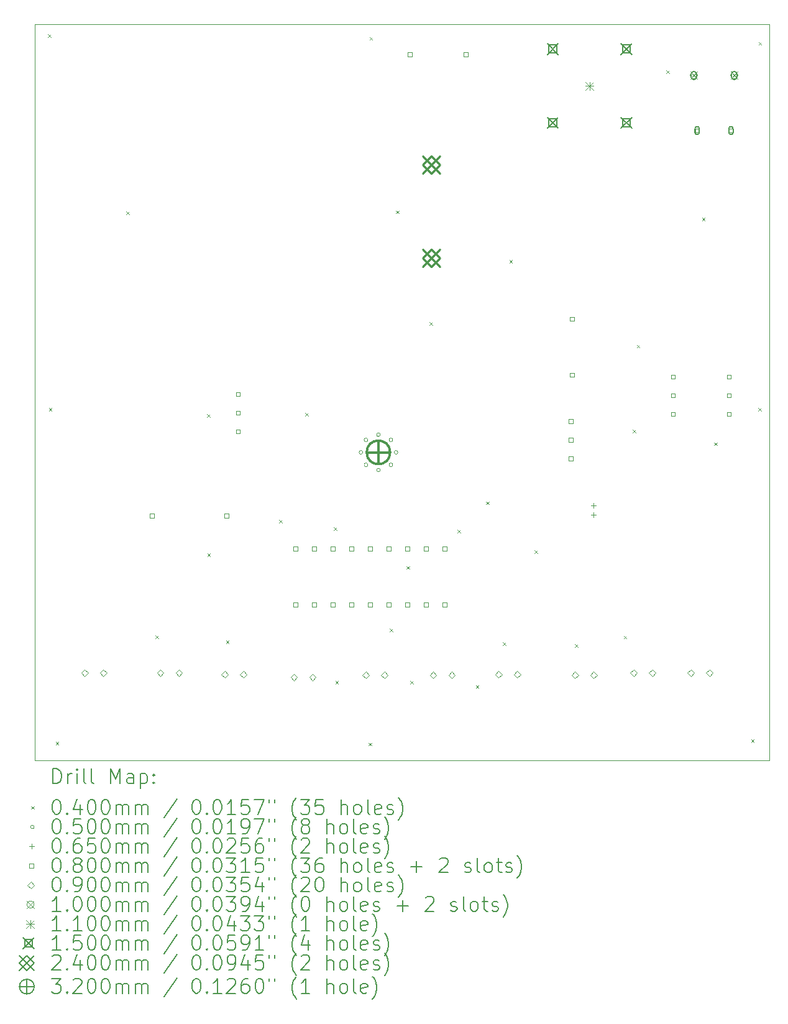
<source format=gbr>
%FSLAX45Y45*%
G04 Gerber Fmt 4.5, Leading zero omitted, Abs format (unit mm)*
G04 Created by KiCad (PCBNEW (6.0.4)) date 2022-10-08 16:20:50*
%MOMM*%
%LPD*%
G01*
G04 APERTURE LIST*
%TA.AperFunction,Profile*%
%ADD10C,0.100000*%
%TD*%
%ADD11C,0.200000*%
%ADD12C,0.040000*%
%ADD13C,0.050000*%
%ADD14C,0.065000*%
%ADD15C,0.080000*%
%ADD16C,0.090000*%
%ADD17C,0.100000*%
%ADD18C,0.110000*%
%ADD19C,0.150000*%
%ADD20C,0.240000*%
%ADD21C,0.320000*%
G04 APERTURE END LIST*
D10*
X10002500Y10017500D02*
X-5000Y10017500D01*
X-5000Y10017500D02*
X-5000Y-2500D01*
X-5000Y-2500D02*
X10002500Y-2500D01*
X10002500Y-2500D02*
X10002500Y10017500D01*
D11*
D12*
X177500Y9882500D02*
X217500Y9842500D01*
X217500Y9882500D02*
X177500Y9842500D01*
X190000Y4792500D02*
X230000Y4752500D01*
X230000Y4792500D02*
X190000Y4752500D01*
X282500Y250000D02*
X322500Y210000D01*
X322500Y250000D02*
X282500Y210000D01*
X1242500Y7470000D02*
X1282500Y7430000D01*
X1282500Y7470000D02*
X1242500Y7430000D01*
X1642500Y1697500D02*
X1682500Y1657500D01*
X1682500Y1697500D02*
X1642500Y1657500D01*
X2345000Y4710000D02*
X2385000Y4670000D01*
X2385000Y4710000D02*
X2345000Y4670000D01*
X2348254Y2813094D02*
X2388254Y2773094D01*
X2388254Y2813094D02*
X2348254Y2773094D01*
X2602500Y1627500D02*
X2642500Y1587500D01*
X2642500Y1627500D02*
X2602500Y1587500D01*
X3327500Y3270000D02*
X3367500Y3230000D01*
X3367500Y3270000D02*
X3327500Y3230000D01*
X3682500Y4725000D02*
X3722500Y4685000D01*
X3722500Y4725000D02*
X3682500Y4685000D01*
X4072500Y3170000D02*
X4112500Y3130000D01*
X4112500Y3170000D02*
X4072500Y3130000D01*
X4092500Y1080000D02*
X4132500Y1040000D01*
X4132500Y1080000D02*
X4092500Y1040000D01*
X4545000Y235000D02*
X4585000Y195000D01*
X4585000Y235000D02*
X4545000Y195000D01*
X4560000Y9845000D02*
X4600000Y9805000D01*
X4600000Y9845000D02*
X4560000Y9805000D01*
X4835000Y1790000D02*
X4875000Y1750000D01*
X4875000Y1790000D02*
X4835000Y1750000D01*
X4917500Y7482500D02*
X4957500Y7442500D01*
X4957500Y7482500D02*
X4917500Y7442500D01*
X5065000Y2640000D02*
X5105000Y2600000D01*
X5105000Y2640000D02*
X5065000Y2600000D01*
X5112500Y1080000D02*
X5152500Y1040000D01*
X5152500Y1080000D02*
X5112500Y1040000D01*
X5375000Y5965000D02*
X5415000Y5925000D01*
X5415000Y5965000D02*
X5375000Y5925000D01*
X5755000Y3137500D02*
X5795000Y3097500D01*
X5795000Y3137500D02*
X5755000Y3097500D01*
X6007500Y1020000D02*
X6047500Y980000D01*
X6047500Y1020000D02*
X6007500Y980000D01*
X6145000Y3520000D02*
X6185000Y3480000D01*
X6185000Y3520000D02*
X6145000Y3480000D01*
X6377500Y1602500D02*
X6417500Y1562500D01*
X6417500Y1602500D02*
X6377500Y1562500D01*
X6465000Y6812500D02*
X6505000Y6772500D01*
X6505000Y6812500D02*
X6465000Y6772500D01*
X6808826Y2858427D02*
X6848826Y2818427D01*
X6848826Y2858427D02*
X6808826Y2818427D01*
X7355000Y1580000D02*
X7395000Y1540000D01*
X7395000Y1580000D02*
X7355000Y1540000D01*
X8022500Y1692500D02*
X8062500Y1652500D01*
X8062500Y1692500D02*
X8022500Y1652500D01*
X8145983Y4498649D02*
X8185983Y4458649D01*
X8185983Y4498649D02*
X8145983Y4458649D01*
X8199472Y5653509D02*
X8239472Y5613509D01*
X8239472Y5653509D02*
X8199472Y5613509D01*
X8600000Y9390000D02*
X8640000Y9350000D01*
X8640000Y9390000D02*
X8600000Y9350000D01*
X9089546Y7388704D02*
X9129546Y7348704D01*
X9129546Y7388704D02*
X9089546Y7348704D01*
X9255000Y4325000D02*
X9295000Y4285000D01*
X9295000Y4325000D02*
X9255000Y4285000D01*
X9757500Y282500D02*
X9797500Y242500D01*
X9797500Y282500D02*
X9757500Y242500D01*
X9855000Y4795000D02*
X9895000Y4755000D01*
X9895000Y4795000D02*
X9855000Y4755000D01*
X9860000Y9777500D02*
X9900000Y9737500D01*
X9900000Y9777500D02*
X9860000Y9737500D01*
D13*
X4465000Y4190000D02*
G75*
G03*
X4465000Y4190000I-25000J0D01*
G01*
X4535294Y4359706D02*
G75*
G03*
X4535294Y4359706I-25000J0D01*
G01*
X4535294Y4020294D02*
G75*
G03*
X4535294Y4020294I-25000J0D01*
G01*
X4705000Y4430000D02*
G75*
G03*
X4705000Y4430000I-25000J0D01*
G01*
X4705000Y3950000D02*
G75*
G03*
X4705000Y3950000I-25000J0D01*
G01*
X4874706Y4359706D02*
G75*
G03*
X4874706Y4359706I-25000J0D01*
G01*
X4874706Y4020294D02*
G75*
G03*
X4874706Y4020294I-25000J0D01*
G01*
X4945000Y4190000D02*
G75*
G03*
X4945000Y4190000I-25000J0D01*
G01*
D14*
X7610000Y3499500D02*
X7610000Y3434500D01*
X7577500Y3467000D02*
X7642500Y3467000D01*
X7610000Y3372500D02*
X7610000Y3307500D01*
X7577500Y3340000D02*
X7642500Y3340000D01*
D15*
X1620284Y3299215D02*
X1620284Y3355784D01*
X1563715Y3355784D01*
X1563715Y3299215D01*
X1620284Y3299215D01*
X2636285Y3299215D02*
X2636285Y3355784D01*
X2579716Y3355784D01*
X2579716Y3299215D01*
X2636285Y3299215D01*
X2795785Y4954216D02*
X2795785Y5010785D01*
X2739216Y5010785D01*
X2739216Y4954216D01*
X2795785Y4954216D01*
X2795785Y4700216D02*
X2795785Y4756785D01*
X2739216Y4756785D01*
X2739216Y4700216D01*
X2795785Y4700216D01*
X2795785Y4446216D02*
X2795785Y4502785D01*
X2739216Y4502785D01*
X2739216Y4446216D01*
X2795785Y4446216D01*
X3576284Y2849215D02*
X3576284Y2905784D01*
X3519715Y2905784D01*
X3519715Y2849215D01*
X3576284Y2849215D01*
X3576284Y2087215D02*
X3576284Y2143785D01*
X3519715Y2143785D01*
X3519715Y2087215D01*
X3576284Y2087215D01*
X3830284Y2849215D02*
X3830284Y2905784D01*
X3773715Y2905784D01*
X3773715Y2849215D01*
X3830284Y2849215D01*
X3830284Y2087215D02*
X3830284Y2143785D01*
X3773715Y2143785D01*
X3773715Y2087215D01*
X3830284Y2087215D01*
X4084284Y2849215D02*
X4084284Y2905784D01*
X4027715Y2905784D01*
X4027715Y2849215D01*
X4084284Y2849215D01*
X4084284Y2087215D02*
X4084284Y2143785D01*
X4027715Y2143785D01*
X4027715Y2087215D01*
X4084284Y2087215D01*
X4338285Y2849215D02*
X4338285Y2905784D01*
X4281716Y2905784D01*
X4281716Y2849215D01*
X4338285Y2849215D01*
X4338285Y2087215D02*
X4338285Y2143785D01*
X4281716Y2143785D01*
X4281716Y2087215D01*
X4338285Y2087215D01*
X4592285Y2849215D02*
X4592285Y2905784D01*
X4535716Y2905784D01*
X4535716Y2849215D01*
X4592285Y2849215D01*
X4592285Y2087215D02*
X4592285Y2143785D01*
X4535716Y2143785D01*
X4535716Y2087215D01*
X4592285Y2087215D01*
X4846285Y2849215D02*
X4846285Y2905784D01*
X4789716Y2905784D01*
X4789716Y2849215D01*
X4846285Y2849215D01*
X4846285Y2087215D02*
X4846285Y2143785D01*
X4789716Y2143785D01*
X4789716Y2087215D01*
X4846285Y2087215D01*
X5100285Y2849215D02*
X5100285Y2905784D01*
X5043716Y2905784D01*
X5043716Y2849215D01*
X5100285Y2849215D01*
X5100285Y2087215D02*
X5100285Y2143785D01*
X5043716Y2143785D01*
X5043716Y2087215D01*
X5100285Y2087215D01*
X5135535Y9579216D02*
X5135535Y9635785D01*
X5078966Y9635785D01*
X5078966Y9579216D01*
X5135535Y9579216D01*
X5354285Y2849215D02*
X5354285Y2905784D01*
X5297716Y2905784D01*
X5297716Y2849215D01*
X5354285Y2849215D01*
X5354285Y2087215D02*
X5354285Y2143785D01*
X5297716Y2143785D01*
X5297716Y2087215D01*
X5354285Y2087215D01*
X5608284Y2849215D02*
X5608284Y2905784D01*
X5551716Y2905784D01*
X5551716Y2849215D01*
X5608284Y2849215D01*
X5608284Y2087215D02*
X5608284Y2143785D01*
X5551716Y2143785D01*
X5551716Y2087215D01*
X5608284Y2087215D01*
X5897534Y9579216D02*
X5897534Y9635785D01*
X5840965Y9635785D01*
X5840965Y9579216D01*
X5897534Y9579216D01*
X7330784Y4584716D02*
X7330784Y4641285D01*
X7274215Y4641285D01*
X7274215Y4584716D01*
X7330784Y4584716D01*
X7330784Y4330716D02*
X7330784Y4387285D01*
X7274215Y4387285D01*
X7274215Y4330716D01*
X7330784Y4330716D01*
X7330784Y4076715D02*
X7330784Y4133284D01*
X7274215Y4133284D01*
X7274215Y4076715D01*
X7330784Y4076715D01*
X7343284Y5977715D02*
X7343284Y6034284D01*
X7286715Y6034284D01*
X7286715Y5977715D01*
X7343284Y5977715D01*
X7343284Y5215716D02*
X7343284Y5272285D01*
X7286715Y5272285D01*
X7286715Y5215716D01*
X7343284Y5215716D01*
X8720785Y5191716D02*
X8720785Y5248285D01*
X8664216Y5248285D01*
X8664216Y5191716D01*
X8720785Y5191716D01*
X8720785Y4937716D02*
X8720785Y4994285D01*
X8664216Y4994285D01*
X8664216Y4937716D01*
X8720785Y4937716D01*
X8720785Y4683716D02*
X8720785Y4740285D01*
X8664216Y4740285D01*
X8664216Y4683716D01*
X8720785Y4683716D01*
X9050785Y8544216D02*
X9050785Y8600785D01*
X8994216Y8600785D01*
X8994216Y8544216D01*
X9050785Y8544216D01*
D11*
X8992500Y8597500D02*
X8992500Y8547500D01*
X9052500Y8597500D02*
X9052500Y8547500D01*
X8992500Y8547500D02*
G75*
G03*
X9052500Y8547500I30000J0D01*
G01*
X9052500Y8597500D02*
G75*
G03*
X8992500Y8597500I-30000J0D01*
G01*
D15*
X9482785Y5191716D02*
X9482785Y5248285D01*
X9426216Y5248285D01*
X9426216Y5191716D01*
X9482785Y5191716D01*
X9482785Y4937716D02*
X9482785Y4994285D01*
X9426216Y4994285D01*
X9426216Y4937716D01*
X9482785Y4937716D01*
X9482785Y4683716D02*
X9482785Y4740285D01*
X9426216Y4740285D01*
X9426216Y4683716D01*
X9482785Y4683716D01*
X9510785Y8544216D02*
X9510785Y8600785D01*
X9454216Y8600785D01*
X9454216Y8544216D01*
X9510785Y8544216D01*
D11*
X9452500Y8597500D02*
X9452500Y8547500D01*
X9512500Y8597500D02*
X9512500Y8547500D01*
X9452500Y8547500D02*
G75*
G03*
X9512500Y8547500I30000J0D01*
G01*
X9512500Y8597500D02*
G75*
G03*
X9452500Y8597500I-30000J0D01*
G01*
D16*
X677500Y1142500D02*
X722500Y1187500D01*
X677500Y1232500D01*
X632500Y1187500D01*
X677500Y1142500D01*
X931500Y1142500D02*
X976500Y1187500D01*
X931500Y1232500D01*
X886500Y1187500D01*
X931500Y1142500D01*
X1707500Y1142500D02*
X1752500Y1187500D01*
X1707500Y1232500D01*
X1662500Y1187500D01*
X1707500Y1142500D01*
X1961500Y1142500D02*
X2006500Y1187500D01*
X1961500Y1232500D01*
X1916500Y1187500D01*
X1961500Y1142500D01*
X2587500Y1122500D02*
X2632500Y1167500D01*
X2587500Y1212500D01*
X2542500Y1167500D01*
X2587500Y1122500D01*
X2841500Y1122500D02*
X2886500Y1167500D01*
X2841500Y1212500D01*
X2796500Y1167500D01*
X2841500Y1122500D01*
X3527500Y1082500D02*
X3572500Y1127500D01*
X3527500Y1172500D01*
X3482500Y1127500D01*
X3527500Y1082500D01*
X3781500Y1082500D02*
X3826500Y1127500D01*
X3781500Y1172500D01*
X3736500Y1127500D01*
X3781500Y1082500D01*
X4507500Y1112500D02*
X4552500Y1157500D01*
X4507500Y1202500D01*
X4462500Y1157500D01*
X4507500Y1112500D01*
X4761500Y1112500D02*
X4806500Y1157500D01*
X4761500Y1202500D01*
X4716500Y1157500D01*
X4761500Y1112500D01*
X5425000Y1112500D02*
X5470000Y1157500D01*
X5425000Y1202500D01*
X5380000Y1157500D01*
X5425000Y1112500D01*
X5679000Y1112500D02*
X5724000Y1157500D01*
X5679000Y1202500D01*
X5634000Y1157500D01*
X5679000Y1112500D01*
X6317500Y1122500D02*
X6362500Y1167500D01*
X6317500Y1212500D01*
X6272500Y1167500D01*
X6317500Y1122500D01*
X6571500Y1122500D02*
X6616500Y1167500D01*
X6571500Y1212500D01*
X6526500Y1167500D01*
X6571500Y1122500D01*
X7357500Y1112500D02*
X7402500Y1157500D01*
X7357500Y1202500D01*
X7312500Y1157500D01*
X7357500Y1112500D01*
X7611500Y1112500D02*
X7656500Y1157500D01*
X7611500Y1202500D01*
X7566500Y1157500D01*
X7611500Y1112500D01*
X8157500Y1142500D02*
X8202500Y1187500D01*
X8157500Y1232500D01*
X8112500Y1187500D01*
X8157500Y1142500D01*
X8411500Y1142500D02*
X8456500Y1187500D01*
X8411500Y1232500D01*
X8366500Y1187500D01*
X8411500Y1142500D01*
X8935000Y1142500D02*
X8980000Y1187500D01*
X8935000Y1232500D01*
X8890000Y1187500D01*
X8935000Y1142500D01*
X9189000Y1142500D02*
X9234000Y1187500D01*
X9189000Y1232500D01*
X9144000Y1187500D01*
X9189000Y1142500D01*
D17*
X8927500Y9372500D02*
X9027500Y9272500D01*
X9027500Y9372500D02*
X8927500Y9272500D01*
X9027500Y9322500D02*
G75*
G03*
X9027500Y9322500I-50000J0D01*
G01*
D11*
X8937500Y9337500D02*
X8937500Y9307500D01*
X9017500Y9337500D02*
X9017500Y9307500D01*
X8937500Y9307500D02*
G75*
G03*
X9017500Y9307500I40000J0D01*
G01*
X9017500Y9337500D02*
G75*
G03*
X8937500Y9337500I-40000J0D01*
G01*
D17*
X9477500Y9372500D02*
X9577500Y9272500D01*
X9577500Y9372500D02*
X9477500Y9272500D01*
X9577500Y9322500D02*
G75*
G03*
X9577500Y9322500I-50000J0D01*
G01*
D11*
X9487500Y9337500D02*
X9487500Y9307500D01*
X9567500Y9337500D02*
X9567500Y9307500D01*
X9487500Y9307500D02*
G75*
G03*
X9567500Y9307500I40000J0D01*
G01*
X9567500Y9337500D02*
G75*
G03*
X9487500Y9337500I-40000J0D01*
G01*
D18*
X7502500Y9236500D02*
X7612500Y9126500D01*
X7612500Y9236500D02*
X7502500Y9126500D01*
X7557500Y9236500D02*
X7557500Y9126500D01*
X7502500Y9181500D02*
X7612500Y9181500D01*
D19*
X6980000Y9759000D02*
X7130000Y9609000D01*
X7130000Y9759000D02*
X6980000Y9609000D01*
X7108033Y9630967D02*
X7108033Y9737034D01*
X7001966Y9737034D01*
X7001966Y9630967D01*
X7108033Y9630967D01*
X6980000Y8754000D02*
X7130000Y8604000D01*
X7130000Y8754000D02*
X6980000Y8604000D01*
X7108033Y8625967D02*
X7108033Y8732034D01*
X7001966Y8732034D01*
X7001966Y8625967D01*
X7108033Y8625967D01*
X7985000Y9759000D02*
X8135000Y9609000D01*
X8135000Y9759000D02*
X7985000Y9609000D01*
X8113033Y9630967D02*
X8113033Y9737034D01*
X8006966Y9737034D01*
X8006966Y9630967D01*
X8113033Y9630967D01*
X7985000Y8754000D02*
X8135000Y8604000D01*
X8135000Y8754000D02*
X7985000Y8604000D01*
X8113033Y8625967D02*
X8113033Y8732034D01*
X8006966Y8732034D01*
X8006966Y8625967D01*
X8113033Y8625967D01*
D20*
X5280000Y8225000D02*
X5520000Y7985000D01*
X5520000Y8225000D02*
X5280000Y7985000D01*
X5400000Y7985000D02*
X5520000Y8105000D01*
X5400000Y8225000D01*
X5280000Y8105000D01*
X5400000Y7985000D01*
X5280000Y6955000D02*
X5520000Y6715000D01*
X5520000Y6955000D02*
X5280000Y6715000D01*
X5400000Y6715000D02*
X5520000Y6835000D01*
X5400000Y6955000D01*
X5280000Y6835000D01*
X5400000Y6715000D01*
D21*
X4680000Y4350000D02*
X4680000Y4030000D01*
X4520000Y4190000D02*
X4840000Y4190000D01*
X4840000Y4190000D02*
G75*
G03*
X4840000Y4190000I-160000J0D01*
G01*
D11*
X247619Y-317976D02*
X247619Y-117976D01*
X295238Y-117976D01*
X323810Y-127500D01*
X342857Y-146548D01*
X352381Y-165595D01*
X361905Y-203690D01*
X361905Y-232262D01*
X352381Y-270357D01*
X342857Y-289405D01*
X323810Y-308452D01*
X295238Y-317976D01*
X247619Y-317976D01*
X447619Y-317976D02*
X447619Y-184643D01*
X447619Y-222738D02*
X457143Y-203690D01*
X466667Y-194167D01*
X485714Y-184643D01*
X504762Y-184643D01*
X571429Y-317976D02*
X571429Y-184643D01*
X571429Y-117976D02*
X561905Y-127500D01*
X571429Y-137024D01*
X580952Y-127500D01*
X571429Y-117976D01*
X571429Y-137024D01*
X695238Y-317976D02*
X676190Y-308452D01*
X666667Y-289405D01*
X666667Y-117976D01*
X800000Y-317976D02*
X780952Y-308452D01*
X771428Y-289405D01*
X771428Y-117976D01*
X1028571Y-317976D02*
X1028571Y-117976D01*
X1095238Y-260833D01*
X1161905Y-117976D01*
X1161905Y-317976D01*
X1342857Y-317976D02*
X1342857Y-213214D01*
X1333333Y-194167D01*
X1314286Y-184643D01*
X1276190Y-184643D01*
X1257143Y-194167D01*
X1342857Y-308452D02*
X1323810Y-317976D01*
X1276190Y-317976D01*
X1257143Y-308452D01*
X1247619Y-289405D01*
X1247619Y-270357D01*
X1257143Y-251309D01*
X1276190Y-241786D01*
X1323810Y-241786D01*
X1342857Y-232262D01*
X1438095Y-184643D02*
X1438095Y-384643D01*
X1438095Y-194167D02*
X1457143Y-184643D01*
X1495238Y-184643D01*
X1514286Y-194167D01*
X1523809Y-203690D01*
X1533333Y-222738D01*
X1533333Y-279881D01*
X1523809Y-298929D01*
X1514286Y-308452D01*
X1495238Y-317976D01*
X1457143Y-317976D01*
X1438095Y-308452D01*
X1619048Y-298929D02*
X1628571Y-308452D01*
X1619048Y-317976D01*
X1609524Y-308452D01*
X1619048Y-298929D01*
X1619048Y-317976D01*
X1619048Y-194167D02*
X1628571Y-203690D01*
X1619048Y-213214D01*
X1609524Y-203690D01*
X1619048Y-194167D01*
X1619048Y-213214D01*
D12*
X-50000Y-627500D02*
X-10000Y-667500D01*
X-10000Y-627500D02*
X-50000Y-667500D01*
D11*
X285714Y-537976D02*
X304762Y-537976D01*
X323810Y-547500D01*
X333333Y-557024D01*
X342857Y-576071D01*
X352381Y-614167D01*
X352381Y-661786D01*
X342857Y-699881D01*
X333333Y-718928D01*
X323810Y-728452D01*
X304762Y-737976D01*
X285714Y-737976D01*
X266667Y-728452D01*
X257143Y-718928D01*
X247619Y-699881D01*
X238095Y-661786D01*
X238095Y-614167D01*
X247619Y-576071D01*
X257143Y-557024D01*
X266667Y-547500D01*
X285714Y-537976D01*
X438095Y-718928D02*
X447619Y-728452D01*
X438095Y-737976D01*
X428571Y-728452D01*
X438095Y-718928D01*
X438095Y-737976D01*
X619048Y-604643D02*
X619048Y-737976D01*
X571429Y-528452D02*
X523809Y-671310D01*
X647619Y-671310D01*
X761905Y-537976D02*
X780952Y-537976D01*
X800000Y-547500D01*
X809524Y-557024D01*
X819048Y-576071D01*
X828571Y-614167D01*
X828571Y-661786D01*
X819048Y-699881D01*
X809524Y-718928D01*
X800000Y-728452D01*
X780952Y-737976D01*
X761905Y-737976D01*
X742857Y-728452D01*
X733333Y-718928D01*
X723809Y-699881D01*
X714286Y-661786D01*
X714286Y-614167D01*
X723809Y-576071D01*
X733333Y-557024D01*
X742857Y-547500D01*
X761905Y-537976D01*
X952381Y-537976D02*
X971428Y-537976D01*
X990476Y-547500D01*
X1000000Y-557024D01*
X1009524Y-576071D01*
X1019048Y-614167D01*
X1019048Y-661786D01*
X1009524Y-699881D01*
X1000000Y-718928D01*
X990476Y-728452D01*
X971428Y-737976D01*
X952381Y-737976D01*
X933333Y-728452D01*
X923809Y-718928D01*
X914286Y-699881D01*
X904762Y-661786D01*
X904762Y-614167D01*
X914286Y-576071D01*
X923809Y-557024D01*
X933333Y-547500D01*
X952381Y-537976D01*
X1104762Y-737976D02*
X1104762Y-604643D01*
X1104762Y-623690D02*
X1114286Y-614167D01*
X1133333Y-604643D01*
X1161905Y-604643D01*
X1180952Y-614167D01*
X1190476Y-633214D01*
X1190476Y-737976D01*
X1190476Y-633214D02*
X1200000Y-614167D01*
X1219048Y-604643D01*
X1247619Y-604643D01*
X1266667Y-614167D01*
X1276190Y-633214D01*
X1276190Y-737976D01*
X1371429Y-737976D02*
X1371429Y-604643D01*
X1371429Y-623690D02*
X1380952Y-614167D01*
X1400000Y-604643D01*
X1428571Y-604643D01*
X1447619Y-614167D01*
X1457143Y-633214D01*
X1457143Y-737976D01*
X1457143Y-633214D02*
X1466667Y-614167D01*
X1485714Y-604643D01*
X1514286Y-604643D01*
X1533333Y-614167D01*
X1542857Y-633214D01*
X1542857Y-737976D01*
X1933333Y-528452D02*
X1761905Y-785595D01*
X2190476Y-537976D02*
X2209524Y-537976D01*
X2228571Y-547500D01*
X2238095Y-557024D01*
X2247619Y-576071D01*
X2257143Y-614167D01*
X2257143Y-661786D01*
X2247619Y-699881D01*
X2238095Y-718928D01*
X2228571Y-728452D01*
X2209524Y-737976D01*
X2190476Y-737976D01*
X2171429Y-728452D01*
X2161905Y-718928D01*
X2152381Y-699881D01*
X2142857Y-661786D01*
X2142857Y-614167D01*
X2152381Y-576071D01*
X2161905Y-557024D01*
X2171429Y-547500D01*
X2190476Y-537976D01*
X2342857Y-718928D02*
X2352381Y-728452D01*
X2342857Y-737976D01*
X2333333Y-728452D01*
X2342857Y-718928D01*
X2342857Y-737976D01*
X2476190Y-537976D02*
X2495238Y-537976D01*
X2514286Y-547500D01*
X2523810Y-557024D01*
X2533333Y-576071D01*
X2542857Y-614167D01*
X2542857Y-661786D01*
X2533333Y-699881D01*
X2523810Y-718928D01*
X2514286Y-728452D01*
X2495238Y-737976D01*
X2476190Y-737976D01*
X2457143Y-728452D01*
X2447619Y-718928D01*
X2438095Y-699881D01*
X2428571Y-661786D01*
X2428571Y-614167D01*
X2438095Y-576071D01*
X2447619Y-557024D01*
X2457143Y-547500D01*
X2476190Y-537976D01*
X2733333Y-737976D02*
X2619048Y-737976D01*
X2676190Y-737976D02*
X2676190Y-537976D01*
X2657143Y-566548D01*
X2638095Y-585595D01*
X2619048Y-595119D01*
X2914286Y-537976D02*
X2819048Y-537976D01*
X2809524Y-633214D01*
X2819048Y-623690D01*
X2838095Y-614167D01*
X2885714Y-614167D01*
X2904762Y-623690D01*
X2914286Y-633214D01*
X2923809Y-652262D01*
X2923809Y-699881D01*
X2914286Y-718928D01*
X2904762Y-728452D01*
X2885714Y-737976D01*
X2838095Y-737976D01*
X2819048Y-728452D01*
X2809524Y-718928D01*
X2990476Y-537976D02*
X3123809Y-537976D01*
X3038095Y-737976D01*
X3190476Y-537976D02*
X3190476Y-576071D01*
X3266667Y-537976D02*
X3266667Y-576071D01*
X3561905Y-814167D02*
X3552381Y-804643D01*
X3533333Y-776071D01*
X3523809Y-757024D01*
X3514286Y-728452D01*
X3504762Y-680833D01*
X3504762Y-642738D01*
X3514286Y-595119D01*
X3523809Y-566548D01*
X3533333Y-547500D01*
X3552381Y-518928D01*
X3561905Y-509405D01*
X3619048Y-537976D02*
X3742857Y-537976D01*
X3676190Y-614167D01*
X3704762Y-614167D01*
X3723809Y-623690D01*
X3733333Y-633214D01*
X3742857Y-652262D01*
X3742857Y-699881D01*
X3733333Y-718928D01*
X3723809Y-728452D01*
X3704762Y-737976D01*
X3647619Y-737976D01*
X3628571Y-728452D01*
X3619048Y-718928D01*
X3923809Y-537976D02*
X3828571Y-537976D01*
X3819048Y-633214D01*
X3828571Y-623690D01*
X3847619Y-614167D01*
X3895238Y-614167D01*
X3914286Y-623690D01*
X3923809Y-633214D01*
X3933333Y-652262D01*
X3933333Y-699881D01*
X3923809Y-718928D01*
X3914286Y-728452D01*
X3895238Y-737976D01*
X3847619Y-737976D01*
X3828571Y-728452D01*
X3819048Y-718928D01*
X4171428Y-737976D02*
X4171428Y-537976D01*
X4257143Y-737976D02*
X4257143Y-633214D01*
X4247619Y-614167D01*
X4228571Y-604643D01*
X4200000Y-604643D01*
X4180952Y-614167D01*
X4171428Y-623690D01*
X4380952Y-737976D02*
X4361905Y-728452D01*
X4352381Y-718928D01*
X4342857Y-699881D01*
X4342857Y-642738D01*
X4352381Y-623690D01*
X4361905Y-614167D01*
X4380952Y-604643D01*
X4409524Y-604643D01*
X4428571Y-614167D01*
X4438095Y-623690D01*
X4447619Y-642738D01*
X4447619Y-699881D01*
X4438095Y-718928D01*
X4428571Y-728452D01*
X4409524Y-737976D01*
X4380952Y-737976D01*
X4561905Y-737976D02*
X4542857Y-728452D01*
X4533333Y-709405D01*
X4533333Y-537976D01*
X4714286Y-728452D02*
X4695238Y-737976D01*
X4657143Y-737976D01*
X4638095Y-728452D01*
X4628571Y-709405D01*
X4628571Y-633214D01*
X4638095Y-614167D01*
X4657143Y-604643D01*
X4695238Y-604643D01*
X4714286Y-614167D01*
X4723810Y-633214D01*
X4723810Y-652262D01*
X4628571Y-671310D01*
X4800000Y-728452D02*
X4819048Y-737976D01*
X4857143Y-737976D01*
X4876190Y-728452D01*
X4885714Y-709405D01*
X4885714Y-699881D01*
X4876190Y-680833D01*
X4857143Y-671310D01*
X4828571Y-671310D01*
X4809524Y-661786D01*
X4800000Y-642738D01*
X4800000Y-633214D01*
X4809524Y-614167D01*
X4828571Y-604643D01*
X4857143Y-604643D01*
X4876190Y-614167D01*
X4952381Y-814167D02*
X4961905Y-804643D01*
X4980952Y-776071D01*
X4990476Y-757024D01*
X5000000Y-728452D01*
X5009524Y-680833D01*
X5009524Y-642738D01*
X5000000Y-595119D01*
X4990476Y-566548D01*
X4980952Y-547500D01*
X4961905Y-518928D01*
X4952381Y-509405D01*
D13*
X-10000Y-911500D02*
G75*
G03*
X-10000Y-911500I-25000J0D01*
G01*
D11*
X285714Y-801976D02*
X304762Y-801976D01*
X323810Y-811500D01*
X333333Y-821024D01*
X342857Y-840071D01*
X352381Y-878167D01*
X352381Y-925786D01*
X342857Y-963881D01*
X333333Y-982928D01*
X323810Y-992452D01*
X304762Y-1001976D01*
X285714Y-1001976D01*
X266667Y-992452D01*
X257143Y-982928D01*
X247619Y-963881D01*
X238095Y-925786D01*
X238095Y-878167D01*
X247619Y-840071D01*
X257143Y-821024D01*
X266667Y-811500D01*
X285714Y-801976D01*
X438095Y-982928D02*
X447619Y-992452D01*
X438095Y-1001976D01*
X428571Y-992452D01*
X438095Y-982928D01*
X438095Y-1001976D01*
X628571Y-801976D02*
X533333Y-801976D01*
X523809Y-897214D01*
X533333Y-887690D01*
X552381Y-878167D01*
X600000Y-878167D01*
X619048Y-887690D01*
X628571Y-897214D01*
X638095Y-916262D01*
X638095Y-963881D01*
X628571Y-982928D01*
X619048Y-992452D01*
X600000Y-1001976D01*
X552381Y-1001976D01*
X533333Y-992452D01*
X523809Y-982928D01*
X761905Y-801976D02*
X780952Y-801976D01*
X800000Y-811500D01*
X809524Y-821024D01*
X819048Y-840071D01*
X828571Y-878167D01*
X828571Y-925786D01*
X819048Y-963881D01*
X809524Y-982928D01*
X800000Y-992452D01*
X780952Y-1001976D01*
X761905Y-1001976D01*
X742857Y-992452D01*
X733333Y-982928D01*
X723809Y-963881D01*
X714286Y-925786D01*
X714286Y-878167D01*
X723809Y-840071D01*
X733333Y-821024D01*
X742857Y-811500D01*
X761905Y-801976D01*
X952381Y-801976D02*
X971428Y-801976D01*
X990476Y-811500D01*
X1000000Y-821024D01*
X1009524Y-840071D01*
X1019048Y-878167D01*
X1019048Y-925786D01*
X1009524Y-963881D01*
X1000000Y-982928D01*
X990476Y-992452D01*
X971428Y-1001976D01*
X952381Y-1001976D01*
X933333Y-992452D01*
X923809Y-982928D01*
X914286Y-963881D01*
X904762Y-925786D01*
X904762Y-878167D01*
X914286Y-840071D01*
X923809Y-821024D01*
X933333Y-811500D01*
X952381Y-801976D01*
X1104762Y-1001976D02*
X1104762Y-868643D01*
X1104762Y-887690D02*
X1114286Y-878167D01*
X1133333Y-868643D01*
X1161905Y-868643D01*
X1180952Y-878167D01*
X1190476Y-897214D01*
X1190476Y-1001976D01*
X1190476Y-897214D02*
X1200000Y-878167D01*
X1219048Y-868643D01*
X1247619Y-868643D01*
X1266667Y-878167D01*
X1276190Y-897214D01*
X1276190Y-1001976D01*
X1371429Y-1001976D02*
X1371429Y-868643D01*
X1371429Y-887690D02*
X1380952Y-878167D01*
X1400000Y-868643D01*
X1428571Y-868643D01*
X1447619Y-878167D01*
X1457143Y-897214D01*
X1457143Y-1001976D01*
X1457143Y-897214D02*
X1466667Y-878167D01*
X1485714Y-868643D01*
X1514286Y-868643D01*
X1533333Y-878167D01*
X1542857Y-897214D01*
X1542857Y-1001976D01*
X1933333Y-792452D02*
X1761905Y-1049595D01*
X2190476Y-801976D02*
X2209524Y-801976D01*
X2228571Y-811500D01*
X2238095Y-821024D01*
X2247619Y-840071D01*
X2257143Y-878167D01*
X2257143Y-925786D01*
X2247619Y-963881D01*
X2238095Y-982928D01*
X2228571Y-992452D01*
X2209524Y-1001976D01*
X2190476Y-1001976D01*
X2171429Y-992452D01*
X2161905Y-982928D01*
X2152381Y-963881D01*
X2142857Y-925786D01*
X2142857Y-878167D01*
X2152381Y-840071D01*
X2161905Y-821024D01*
X2171429Y-811500D01*
X2190476Y-801976D01*
X2342857Y-982928D02*
X2352381Y-992452D01*
X2342857Y-1001976D01*
X2333333Y-992452D01*
X2342857Y-982928D01*
X2342857Y-1001976D01*
X2476190Y-801976D02*
X2495238Y-801976D01*
X2514286Y-811500D01*
X2523810Y-821024D01*
X2533333Y-840071D01*
X2542857Y-878167D01*
X2542857Y-925786D01*
X2533333Y-963881D01*
X2523810Y-982928D01*
X2514286Y-992452D01*
X2495238Y-1001976D01*
X2476190Y-1001976D01*
X2457143Y-992452D01*
X2447619Y-982928D01*
X2438095Y-963881D01*
X2428571Y-925786D01*
X2428571Y-878167D01*
X2438095Y-840071D01*
X2447619Y-821024D01*
X2457143Y-811500D01*
X2476190Y-801976D01*
X2733333Y-1001976D02*
X2619048Y-1001976D01*
X2676190Y-1001976D02*
X2676190Y-801976D01*
X2657143Y-830548D01*
X2638095Y-849595D01*
X2619048Y-859119D01*
X2828571Y-1001976D02*
X2866667Y-1001976D01*
X2885714Y-992452D01*
X2895238Y-982928D01*
X2914286Y-954357D01*
X2923809Y-916262D01*
X2923809Y-840071D01*
X2914286Y-821024D01*
X2904762Y-811500D01*
X2885714Y-801976D01*
X2847619Y-801976D01*
X2828571Y-811500D01*
X2819048Y-821024D01*
X2809524Y-840071D01*
X2809524Y-887690D01*
X2819048Y-906738D01*
X2828571Y-916262D01*
X2847619Y-925786D01*
X2885714Y-925786D01*
X2904762Y-916262D01*
X2914286Y-906738D01*
X2923809Y-887690D01*
X2990476Y-801976D02*
X3123809Y-801976D01*
X3038095Y-1001976D01*
X3190476Y-801976D02*
X3190476Y-840071D01*
X3266667Y-801976D02*
X3266667Y-840071D01*
X3561905Y-1078167D02*
X3552381Y-1068643D01*
X3533333Y-1040071D01*
X3523809Y-1021024D01*
X3514286Y-992452D01*
X3504762Y-944833D01*
X3504762Y-906738D01*
X3514286Y-859119D01*
X3523809Y-830548D01*
X3533333Y-811500D01*
X3552381Y-782928D01*
X3561905Y-773405D01*
X3666667Y-887690D02*
X3647619Y-878167D01*
X3638095Y-868643D01*
X3628571Y-849595D01*
X3628571Y-840071D01*
X3638095Y-821024D01*
X3647619Y-811500D01*
X3666667Y-801976D01*
X3704762Y-801976D01*
X3723809Y-811500D01*
X3733333Y-821024D01*
X3742857Y-840071D01*
X3742857Y-849595D01*
X3733333Y-868643D01*
X3723809Y-878167D01*
X3704762Y-887690D01*
X3666667Y-887690D01*
X3647619Y-897214D01*
X3638095Y-906738D01*
X3628571Y-925786D01*
X3628571Y-963881D01*
X3638095Y-982928D01*
X3647619Y-992452D01*
X3666667Y-1001976D01*
X3704762Y-1001976D01*
X3723809Y-992452D01*
X3733333Y-982928D01*
X3742857Y-963881D01*
X3742857Y-925786D01*
X3733333Y-906738D01*
X3723809Y-897214D01*
X3704762Y-887690D01*
X3980952Y-1001976D02*
X3980952Y-801976D01*
X4066667Y-1001976D02*
X4066667Y-897214D01*
X4057143Y-878167D01*
X4038095Y-868643D01*
X4009524Y-868643D01*
X3990476Y-878167D01*
X3980952Y-887690D01*
X4190476Y-1001976D02*
X4171428Y-992452D01*
X4161905Y-982928D01*
X4152381Y-963881D01*
X4152381Y-906738D01*
X4161905Y-887690D01*
X4171428Y-878167D01*
X4190476Y-868643D01*
X4219048Y-868643D01*
X4238095Y-878167D01*
X4247619Y-887690D01*
X4257143Y-906738D01*
X4257143Y-963881D01*
X4247619Y-982928D01*
X4238095Y-992452D01*
X4219048Y-1001976D01*
X4190476Y-1001976D01*
X4371429Y-1001976D02*
X4352381Y-992452D01*
X4342857Y-973405D01*
X4342857Y-801976D01*
X4523810Y-992452D02*
X4504762Y-1001976D01*
X4466667Y-1001976D01*
X4447619Y-992452D01*
X4438095Y-973405D01*
X4438095Y-897214D01*
X4447619Y-878167D01*
X4466667Y-868643D01*
X4504762Y-868643D01*
X4523810Y-878167D01*
X4533333Y-897214D01*
X4533333Y-916262D01*
X4438095Y-935309D01*
X4609524Y-992452D02*
X4628571Y-1001976D01*
X4666667Y-1001976D01*
X4685714Y-992452D01*
X4695238Y-973405D01*
X4695238Y-963881D01*
X4685714Y-944833D01*
X4666667Y-935309D01*
X4638095Y-935309D01*
X4619048Y-925786D01*
X4609524Y-906738D01*
X4609524Y-897214D01*
X4619048Y-878167D01*
X4638095Y-868643D01*
X4666667Y-868643D01*
X4685714Y-878167D01*
X4761905Y-1078167D02*
X4771429Y-1068643D01*
X4790476Y-1040071D01*
X4800000Y-1021024D01*
X4809524Y-992452D01*
X4819048Y-944833D01*
X4819048Y-906738D01*
X4809524Y-859119D01*
X4800000Y-830548D01*
X4790476Y-811500D01*
X4771429Y-782928D01*
X4761905Y-773405D01*
D14*
X-42500Y-1143000D02*
X-42500Y-1208000D01*
X-75000Y-1175500D02*
X-10000Y-1175500D01*
D11*
X285714Y-1065976D02*
X304762Y-1065976D01*
X323810Y-1075500D01*
X333333Y-1085024D01*
X342857Y-1104071D01*
X352381Y-1142167D01*
X352381Y-1189786D01*
X342857Y-1227881D01*
X333333Y-1246929D01*
X323810Y-1256452D01*
X304762Y-1265976D01*
X285714Y-1265976D01*
X266667Y-1256452D01*
X257143Y-1246929D01*
X247619Y-1227881D01*
X238095Y-1189786D01*
X238095Y-1142167D01*
X247619Y-1104071D01*
X257143Y-1085024D01*
X266667Y-1075500D01*
X285714Y-1065976D01*
X438095Y-1246929D02*
X447619Y-1256452D01*
X438095Y-1265976D01*
X428571Y-1256452D01*
X438095Y-1246929D01*
X438095Y-1265976D01*
X619048Y-1065976D02*
X580952Y-1065976D01*
X561905Y-1075500D01*
X552381Y-1085024D01*
X533333Y-1113595D01*
X523809Y-1151690D01*
X523809Y-1227881D01*
X533333Y-1246929D01*
X542857Y-1256452D01*
X561905Y-1265976D01*
X600000Y-1265976D01*
X619048Y-1256452D01*
X628571Y-1246929D01*
X638095Y-1227881D01*
X638095Y-1180262D01*
X628571Y-1161214D01*
X619048Y-1151690D01*
X600000Y-1142167D01*
X561905Y-1142167D01*
X542857Y-1151690D01*
X533333Y-1161214D01*
X523809Y-1180262D01*
X819048Y-1065976D02*
X723809Y-1065976D01*
X714286Y-1161214D01*
X723809Y-1151690D01*
X742857Y-1142167D01*
X790476Y-1142167D01*
X809524Y-1151690D01*
X819048Y-1161214D01*
X828571Y-1180262D01*
X828571Y-1227881D01*
X819048Y-1246929D01*
X809524Y-1256452D01*
X790476Y-1265976D01*
X742857Y-1265976D01*
X723809Y-1256452D01*
X714286Y-1246929D01*
X952381Y-1065976D02*
X971428Y-1065976D01*
X990476Y-1075500D01*
X1000000Y-1085024D01*
X1009524Y-1104071D01*
X1019048Y-1142167D01*
X1019048Y-1189786D01*
X1009524Y-1227881D01*
X1000000Y-1246929D01*
X990476Y-1256452D01*
X971428Y-1265976D01*
X952381Y-1265976D01*
X933333Y-1256452D01*
X923809Y-1246929D01*
X914286Y-1227881D01*
X904762Y-1189786D01*
X904762Y-1142167D01*
X914286Y-1104071D01*
X923809Y-1085024D01*
X933333Y-1075500D01*
X952381Y-1065976D01*
X1104762Y-1265976D02*
X1104762Y-1132643D01*
X1104762Y-1151690D02*
X1114286Y-1142167D01*
X1133333Y-1132643D01*
X1161905Y-1132643D01*
X1180952Y-1142167D01*
X1190476Y-1161214D01*
X1190476Y-1265976D01*
X1190476Y-1161214D02*
X1200000Y-1142167D01*
X1219048Y-1132643D01*
X1247619Y-1132643D01*
X1266667Y-1142167D01*
X1276190Y-1161214D01*
X1276190Y-1265976D01*
X1371429Y-1265976D02*
X1371429Y-1132643D01*
X1371429Y-1151690D02*
X1380952Y-1142167D01*
X1400000Y-1132643D01*
X1428571Y-1132643D01*
X1447619Y-1142167D01*
X1457143Y-1161214D01*
X1457143Y-1265976D01*
X1457143Y-1161214D02*
X1466667Y-1142167D01*
X1485714Y-1132643D01*
X1514286Y-1132643D01*
X1533333Y-1142167D01*
X1542857Y-1161214D01*
X1542857Y-1265976D01*
X1933333Y-1056452D02*
X1761905Y-1313595D01*
X2190476Y-1065976D02*
X2209524Y-1065976D01*
X2228571Y-1075500D01*
X2238095Y-1085024D01*
X2247619Y-1104071D01*
X2257143Y-1142167D01*
X2257143Y-1189786D01*
X2247619Y-1227881D01*
X2238095Y-1246929D01*
X2228571Y-1256452D01*
X2209524Y-1265976D01*
X2190476Y-1265976D01*
X2171429Y-1256452D01*
X2161905Y-1246929D01*
X2152381Y-1227881D01*
X2142857Y-1189786D01*
X2142857Y-1142167D01*
X2152381Y-1104071D01*
X2161905Y-1085024D01*
X2171429Y-1075500D01*
X2190476Y-1065976D01*
X2342857Y-1246929D02*
X2352381Y-1256452D01*
X2342857Y-1265976D01*
X2333333Y-1256452D01*
X2342857Y-1246929D01*
X2342857Y-1265976D01*
X2476190Y-1065976D02*
X2495238Y-1065976D01*
X2514286Y-1075500D01*
X2523810Y-1085024D01*
X2533333Y-1104071D01*
X2542857Y-1142167D01*
X2542857Y-1189786D01*
X2533333Y-1227881D01*
X2523810Y-1246929D01*
X2514286Y-1256452D01*
X2495238Y-1265976D01*
X2476190Y-1265976D01*
X2457143Y-1256452D01*
X2447619Y-1246929D01*
X2438095Y-1227881D01*
X2428571Y-1189786D01*
X2428571Y-1142167D01*
X2438095Y-1104071D01*
X2447619Y-1085024D01*
X2457143Y-1075500D01*
X2476190Y-1065976D01*
X2619048Y-1085024D02*
X2628571Y-1075500D01*
X2647619Y-1065976D01*
X2695238Y-1065976D01*
X2714286Y-1075500D01*
X2723810Y-1085024D01*
X2733333Y-1104071D01*
X2733333Y-1123119D01*
X2723810Y-1151690D01*
X2609524Y-1265976D01*
X2733333Y-1265976D01*
X2914286Y-1065976D02*
X2819048Y-1065976D01*
X2809524Y-1161214D01*
X2819048Y-1151690D01*
X2838095Y-1142167D01*
X2885714Y-1142167D01*
X2904762Y-1151690D01*
X2914286Y-1161214D01*
X2923809Y-1180262D01*
X2923809Y-1227881D01*
X2914286Y-1246929D01*
X2904762Y-1256452D01*
X2885714Y-1265976D01*
X2838095Y-1265976D01*
X2819048Y-1256452D01*
X2809524Y-1246929D01*
X3095238Y-1065976D02*
X3057143Y-1065976D01*
X3038095Y-1075500D01*
X3028571Y-1085024D01*
X3009524Y-1113595D01*
X3000000Y-1151690D01*
X3000000Y-1227881D01*
X3009524Y-1246929D01*
X3019048Y-1256452D01*
X3038095Y-1265976D01*
X3076190Y-1265976D01*
X3095238Y-1256452D01*
X3104762Y-1246929D01*
X3114286Y-1227881D01*
X3114286Y-1180262D01*
X3104762Y-1161214D01*
X3095238Y-1151690D01*
X3076190Y-1142167D01*
X3038095Y-1142167D01*
X3019048Y-1151690D01*
X3009524Y-1161214D01*
X3000000Y-1180262D01*
X3190476Y-1065976D02*
X3190476Y-1104071D01*
X3266667Y-1065976D02*
X3266667Y-1104071D01*
X3561905Y-1342167D02*
X3552381Y-1332643D01*
X3533333Y-1304071D01*
X3523809Y-1285024D01*
X3514286Y-1256452D01*
X3504762Y-1208833D01*
X3504762Y-1170738D01*
X3514286Y-1123119D01*
X3523809Y-1094548D01*
X3533333Y-1075500D01*
X3552381Y-1046928D01*
X3561905Y-1037405D01*
X3628571Y-1085024D02*
X3638095Y-1075500D01*
X3657143Y-1065976D01*
X3704762Y-1065976D01*
X3723809Y-1075500D01*
X3733333Y-1085024D01*
X3742857Y-1104071D01*
X3742857Y-1123119D01*
X3733333Y-1151690D01*
X3619048Y-1265976D01*
X3742857Y-1265976D01*
X3980952Y-1265976D02*
X3980952Y-1065976D01*
X4066667Y-1265976D02*
X4066667Y-1161214D01*
X4057143Y-1142167D01*
X4038095Y-1132643D01*
X4009524Y-1132643D01*
X3990476Y-1142167D01*
X3980952Y-1151690D01*
X4190476Y-1265976D02*
X4171428Y-1256452D01*
X4161905Y-1246929D01*
X4152381Y-1227881D01*
X4152381Y-1170738D01*
X4161905Y-1151690D01*
X4171428Y-1142167D01*
X4190476Y-1132643D01*
X4219048Y-1132643D01*
X4238095Y-1142167D01*
X4247619Y-1151690D01*
X4257143Y-1170738D01*
X4257143Y-1227881D01*
X4247619Y-1246929D01*
X4238095Y-1256452D01*
X4219048Y-1265976D01*
X4190476Y-1265976D01*
X4371429Y-1265976D02*
X4352381Y-1256452D01*
X4342857Y-1237405D01*
X4342857Y-1065976D01*
X4523810Y-1256452D02*
X4504762Y-1265976D01*
X4466667Y-1265976D01*
X4447619Y-1256452D01*
X4438095Y-1237405D01*
X4438095Y-1161214D01*
X4447619Y-1142167D01*
X4466667Y-1132643D01*
X4504762Y-1132643D01*
X4523810Y-1142167D01*
X4533333Y-1161214D01*
X4533333Y-1180262D01*
X4438095Y-1199310D01*
X4609524Y-1256452D02*
X4628571Y-1265976D01*
X4666667Y-1265976D01*
X4685714Y-1256452D01*
X4695238Y-1237405D01*
X4695238Y-1227881D01*
X4685714Y-1208833D01*
X4666667Y-1199310D01*
X4638095Y-1199310D01*
X4619048Y-1189786D01*
X4609524Y-1170738D01*
X4609524Y-1161214D01*
X4619048Y-1142167D01*
X4638095Y-1132643D01*
X4666667Y-1132643D01*
X4685714Y-1142167D01*
X4761905Y-1342167D02*
X4771429Y-1332643D01*
X4790476Y-1304071D01*
X4800000Y-1285024D01*
X4809524Y-1256452D01*
X4819048Y-1208833D01*
X4819048Y-1170738D01*
X4809524Y-1123119D01*
X4800000Y-1094548D01*
X4790476Y-1075500D01*
X4771429Y-1046928D01*
X4761905Y-1037405D01*
D15*
X-21716Y-1467784D02*
X-21716Y-1411215D01*
X-78285Y-1411215D01*
X-78285Y-1467784D01*
X-21716Y-1467784D01*
D11*
X285714Y-1329976D02*
X304762Y-1329976D01*
X323810Y-1339500D01*
X333333Y-1349024D01*
X342857Y-1368071D01*
X352381Y-1406167D01*
X352381Y-1453786D01*
X342857Y-1491881D01*
X333333Y-1510928D01*
X323810Y-1520452D01*
X304762Y-1529976D01*
X285714Y-1529976D01*
X266667Y-1520452D01*
X257143Y-1510928D01*
X247619Y-1491881D01*
X238095Y-1453786D01*
X238095Y-1406167D01*
X247619Y-1368071D01*
X257143Y-1349024D01*
X266667Y-1339500D01*
X285714Y-1329976D01*
X438095Y-1510928D02*
X447619Y-1520452D01*
X438095Y-1529976D01*
X428571Y-1520452D01*
X438095Y-1510928D01*
X438095Y-1529976D01*
X561905Y-1415690D02*
X542857Y-1406167D01*
X533333Y-1396643D01*
X523809Y-1377595D01*
X523809Y-1368071D01*
X533333Y-1349024D01*
X542857Y-1339500D01*
X561905Y-1329976D01*
X600000Y-1329976D01*
X619048Y-1339500D01*
X628571Y-1349024D01*
X638095Y-1368071D01*
X638095Y-1377595D01*
X628571Y-1396643D01*
X619048Y-1406167D01*
X600000Y-1415690D01*
X561905Y-1415690D01*
X542857Y-1425214D01*
X533333Y-1434738D01*
X523809Y-1453786D01*
X523809Y-1491881D01*
X533333Y-1510928D01*
X542857Y-1520452D01*
X561905Y-1529976D01*
X600000Y-1529976D01*
X619048Y-1520452D01*
X628571Y-1510928D01*
X638095Y-1491881D01*
X638095Y-1453786D01*
X628571Y-1434738D01*
X619048Y-1425214D01*
X600000Y-1415690D01*
X761905Y-1329976D02*
X780952Y-1329976D01*
X800000Y-1339500D01*
X809524Y-1349024D01*
X819048Y-1368071D01*
X828571Y-1406167D01*
X828571Y-1453786D01*
X819048Y-1491881D01*
X809524Y-1510928D01*
X800000Y-1520452D01*
X780952Y-1529976D01*
X761905Y-1529976D01*
X742857Y-1520452D01*
X733333Y-1510928D01*
X723809Y-1491881D01*
X714286Y-1453786D01*
X714286Y-1406167D01*
X723809Y-1368071D01*
X733333Y-1349024D01*
X742857Y-1339500D01*
X761905Y-1329976D01*
X952381Y-1329976D02*
X971428Y-1329976D01*
X990476Y-1339500D01*
X1000000Y-1349024D01*
X1009524Y-1368071D01*
X1019048Y-1406167D01*
X1019048Y-1453786D01*
X1009524Y-1491881D01*
X1000000Y-1510928D01*
X990476Y-1520452D01*
X971428Y-1529976D01*
X952381Y-1529976D01*
X933333Y-1520452D01*
X923809Y-1510928D01*
X914286Y-1491881D01*
X904762Y-1453786D01*
X904762Y-1406167D01*
X914286Y-1368071D01*
X923809Y-1349024D01*
X933333Y-1339500D01*
X952381Y-1329976D01*
X1104762Y-1529976D02*
X1104762Y-1396643D01*
X1104762Y-1415690D02*
X1114286Y-1406167D01*
X1133333Y-1396643D01*
X1161905Y-1396643D01*
X1180952Y-1406167D01*
X1190476Y-1425214D01*
X1190476Y-1529976D01*
X1190476Y-1425214D02*
X1200000Y-1406167D01*
X1219048Y-1396643D01*
X1247619Y-1396643D01*
X1266667Y-1406167D01*
X1276190Y-1425214D01*
X1276190Y-1529976D01*
X1371429Y-1529976D02*
X1371429Y-1396643D01*
X1371429Y-1415690D02*
X1380952Y-1406167D01*
X1400000Y-1396643D01*
X1428571Y-1396643D01*
X1447619Y-1406167D01*
X1457143Y-1425214D01*
X1457143Y-1529976D01*
X1457143Y-1425214D02*
X1466667Y-1406167D01*
X1485714Y-1396643D01*
X1514286Y-1396643D01*
X1533333Y-1406167D01*
X1542857Y-1425214D01*
X1542857Y-1529976D01*
X1933333Y-1320452D02*
X1761905Y-1577595D01*
X2190476Y-1329976D02*
X2209524Y-1329976D01*
X2228571Y-1339500D01*
X2238095Y-1349024D01*
X2247619Y-1368071D01*
X2257143Y-1406167D01*
X2257143Y-1453786D01*
X2247619Y-1491881D01*
X2238095Y-1510928D01*
X2228571Y-1520452D01*
X2209524Y-1529976D01*
X2190476Y-1529976D01*
X2171429Y-1520452D01*
X2161905Y-1510928D01*
X2152381Y-1491881D01*
X2142857Y-1453786D01*
X2142857Y-1406167D01*
X2152381Y-1368071D01*
X2161905Y-1349024D01*
X2171429Y-1339500D01*
X2190476Y-1329976D01*
X2342857Y-1510928D02*
X2352381Y-1520452D01*
X2342857Y-1529976D01*
X2333333Y-1520452D01*
X2342857Y-1510928D01*
X2342857Y-1529976D01*
X2476190Y-1329976D02*
X2495238Y-1329976D01*
X2514286Y-1339500D01*
X2523810Y-1349024D01*
X2533333Y-1368071D01*
X2542857Y-1406167D01*
X2542857Y-1453786D01*
X2533333Y-1491881D01*
X2523810Y-1510928D01*
X2514286Y-1520452D01*
X2495238Y-1529976D01*
X2476190Y-1529976D01*
X2457143Y-1520452D01*
X2447619Y-1510928D01*
X2438095Y-1491881D01*
X2428571Y-1453786D01*
X2428571Y-1406167D01*
X2438095Y-1368071D01*
X2447619Y-1349024D01*
X2457143Y-1339500D01*
X2476190Y-1329976D01*
X2609524Y-1329976D02*
X2733333Y-1329976D01*
X2666667Y-1406167D01*
X2695238Y-1406167D01*
X2714286Y-1415690D01*
X2723810Y-1425214D01*
X2733333Y-1444262D01*
X2733333Y-1491881D01*
X2723810Y-1510928D01*
X2714286Y-1520452D01*
X2695238Y-1529976D01*
X2638095Y-1529976D01*
X2619048Y-1520452D01*
X2609524Y-1510928D01*
X2923809Y-1529976D02*
X2809524Y-1529976D01*
X2866667Y-1529976D02*
X2866667Y-1329976D01*
X2847619Y-1358548D01*
X2828571Y-1377595D01*
X2809524Y-1387119D01*
X3104762Y-1329976D02*
X3009524Y-1329976D01*
X3000000Y-1425214D01*
X3009524Y-1415690D01*
X3028571Y-1406167D01*
X3076190Y-1406167D01*
X3095238Y-1415690D01*
X3104762Y-1425214D01*
X3114286Y-1444262D01*
X3114286Y-1491881D01*
X3104762Y-1510928D01*
X3095238Y-1520452D01*
X3076190Y-1529976D01*
X3028571Y-1529976D01*
X3009524Y-1520452D01*
X3000000Y-1510928D01*
X3190476Y-1329976D02*
X3190476Y-1368071D01*
X3266667Y-1329976D02*
X3266667Y-1368071D01*
X3561905Y-1606167D02*
X3552381Y-1596643D01*
X3533333Y-1568071D01*
X3523809Y-1549024D01*
X3514286Y-1520452D01*
X3504762Y-1472833D01*
X3504762Y-1434738D01*
X3514286Y-1387119D01*
X3523809Y-1358548D01*
X3533333Y-1339500D01*
X3552381Y-1310929D01*
X3561905Y-1301405D01*
X3619048Y-1329976D02*
X3742857Y-1329976D01*
X3676190Y-1406167D01*
X3704762Y-1406167D01*
X3723809Y-1415690D01*
X3733333Y-1425214D01*
X3742857Y-1444262D01*
X3742857Y-1491881D01*
X3733333Y-1510928D01*
X3723809Y-1520452D01*
X3704762Y-1529976D01*
X3647619Y-1529976D01*
X3628571Y-1520452D01*
X3619048Y-1510928D01*
X3914286Y-1329976D02*
X3876190Y-1329976D01*
X3857143Y-1339500D01*
X3847619Y-1349024D01*
X3828571Y-1377595D01*
X3819048Y-1415690D01*
X3819048Y-1491881D01*
X3828571Y-1510928D01*
X3838095Y-1520452D01*
X3857143Y-1529976D01*
X3895238Y-1529976D01*
X3914286Y-1520452D01*
X3923809Y-1510928D01*
X3933333Y-1491881D01*
X3933333Y-1444262D01*
X3923809Y-1425214D01*
X3914286Y-1415690D01*
X3895238Y-1406167D01*
X3857143Y-1406167D01*
X3838095Y-1415690D01*
X3828571Y-1425214D01*
X3819048Y-1444262D01*
X4171428Y-1529976D02*
X4171428Y-1329976D01*
X4257143Y-1529976D02*
X4257143Y-1425214D01*
X4247619Y-1406167D01*
X4228571Y-1396643D01*
X4200000Y-1396643D01*
X4180952Y-1406167D01*
X4171428Y-1415690D01*
X4380952Y-1529976D02*
X4361905Y-1520452D01*
X4352381Y-1510928D01*
X4342857Y-1491881D01*
X4342857Y-1434738D01*
X4352381Y-1415690D01*
X4361905Y-1406167D01*
X4380952Y-1396643D01*
X4409524Y-1396643D01*
X4428571Y-1406167D01*
X4438095Y-1415690D01*
X4447619Y-1434738D01*
X4447619Y-1491881D01*
X4438095Y-1510928D01*
X4428571Y-1520452D01*
X4409524Y-1529976D01*
X4380952Y-1529976D01*
X4561905Y-1529976D02*
X4542857Y-1520452D01*
X4533333Y-1501405D01*
X4533333Y-1329976D01*
X4714286Y-1520452D02*
X4695238Y-1529976D01*
X4657143Y-1529976D01*
X4638095Y-1520452D01*
X4628571Y-1501405D01*
X4628571Y-1425214D01*
X4638095Y-1406167D01*
X4657143Y-1396643D01*
X4695238Y-1396643D01*
X4714286Y-1406167D01*
X4723810Y-1425214D01*
X4723810Y-1444262D01*
X4628571Y-1463309D01*
X4800000Y-1520452D02*
X4819048Y-1529976D01*
X4857143Y-1529976D01*
X4876190Y-1520452D01*
X4885714Y-1501405D01*
X4885714Y-1491881D01*
X4876190Y-1472833D01*
X4857143Y-1463309D01*
X4828571Y-1463309D01*
X4809524Y-1453786D01*
X4800000Y-1434738D01*
X4800000Y-1425214D01*
X4809524Y-1406167D01*
X4828571Y-1396643D01*
X4857143Y-1396643D01*
X4876190Y-1406167D01*
X5123810Y-1453786D02*
X5276190Y-1453786D01*
X5200000Y-1529976D02*
X5200000Y-1377595D01*
X5514286Y-1349024D02*
X5523810Y-1339500D01*
X5542857Y-1329976D01*
X5590476Y-1329976D01*
X5609524Y-1339500D01*
X5619048Y-1349024D01*
X5628571Y-1368071D01*
X5628571Y-1387119D01*
X5619048Y-1415690D01*
X5504762Y-1529976D01*
X5628571Y-1529976D01*
X5857143Y-1520452D02*
X5876190Y-1529976D01*
X5914286Y-1529976D01*
X5933333Y-1520452D01*
X5942857Y-1501405D01*
X5942857Y-1491881D01*
X5933333Y-1472833D01*
X5914286Y-1463309D01*
X5885714Y-1463309D01*
X5866667Y-1453786D01*
X5857143Y-1434738D01*
X5857143Y-1425214D01*
X5866667Y-1406167D01*
X5885714Y-1396643D01*
X5914286Y-1396643D01*
X5933333Y-1406167D01*
X6057143Y-1529976D02*
X6038095Y-1520452D01*
X6028571Y-1501405D01*
X6028571Y-1329976D01*
X6161905Y-1529976D02*
X6142857Y-1520452D01*
X6133333Y-1510928D01*
X6123809Y-1491881D01*
X6123809Y-1434738D01*
X6133333Y-1415690D01*
X6142857Y-1406167D01*
X6161905Y-1396643D01*
X6190476Y-1396643D01*
X6209524Y-1406167D01*
X6219048Y-1415690D01*
X6228571Y-1434738D01*
X6228571Y-1491881D01*
X6219048Y-1510928D01*
X6209524Y-1520452D01*
X6190476Y-1529976D01*
X6161905Y-1529976D01*
X6285714Y-1396643D02*
X6361905Y-1396643D01*
X6314286Y-1329976D02*
X6314286Y-1501405D01*
X6323809Y-1520452D01*
X6342857Y-1529976D01*
X6361905Y-1529976D01*
X6419048Y-1520452D02*
X6438095Y-1529976D01*
X6476190Y-1529976D01*
X6495238Y-1520452D01*
X6504762Y-1501405D01*
X6504762Y-1491881D01*
X6495238Y-1472833D01*
X6476190Y-1463309D01*
X6447619Y-1463309D01*
X6428571Y-1453786D01*
X6419048Y-1434738D01*
X6419048Y-1425214D01*
X6428571Y-1406167D01*
X6447619Y-1396643D01*
X6476190Y-1396643D01*
X6495238Y-1406167D01*
X6571428Y-1606167D02*
X6580952Y-1596643D01*
X6600000Y-1568071D01*
X6609524Y-1549024D01*
X6619048Y-1520452D01*
X6628571Y-1472833D01*
X6628571Y-1434738D01*
X6619048Y-1387119D01*
X6609524Y-1358548D01*
X6600000Y-1339500D01*
X6580952Y-1310929D01*
X6571428Y-1301405D01*
D16*
X-55000Y-1748500D02*
X-10000Y-1703500D01*
X-55000Y-1658500D01*
X-100000Y-1703500D01*
X-55000Y-1748500D01*
D11*
X285714Y-1593976D02*
X304762Y-1593976D01*
X323810Y-1603500D01*
X333333Y-1613024D01*
X342857Y-1632071D01*
X352381Y-1670167D01*
X352381Y-1717786D01*
X342857Y-1755881D01*
X333333Y-1774928D01*
X323810Y-1784452D01*
X304762Y-1793976D01*
X285714Y-1793976D01*
X266667Y-1784452D01*
X257143Y-1774928D01*
X247619Y-1755881D01*
X238095Y-1717786D01*
X238095Y-1670167D01*
X247619Y-1632071D01*
X257143Y-1613024D01*
X266667Y-1603500D01*
X285714Y-1593976D01*
X438095Y-1774928D02*
X447619Y-1784452D01*
X438095Y-1793976D01*
X428571Y-1784452D01*
X438095Y-1774928D01*
X438095Y-1793976D01*
X542857Y-1793976D02*
X580952Y-1793976D01*
X600000Y-1784452D01*
X609524Y-1774928D01*
X628571Y-1746357D01*
X638095Y-1708262D01*
X638095Y-1632071D01*
X628571Y-1613024D01*
X619048Y-1603500D01*
X600000Y-1593976D01*
X561905Y-1593976D01*
X542857Y-1603500D01*
X533333Y-1613024D01*
X523809Y-1632071D01*
X523809Y-1679690D01*
X533333Y-1698738D01*
X542857Y-1708262D01*
X561905Y-1717786D01*
X600000Y-1717786D01*
X619048Y-1708262D01*
X628571Y-1698738D01*
X638095Y-1679690D01*
X761905Y-1593976D02*
X780952Y-1593976D01*
X800000Y-1603500D01*
X809524Y-1613024D01*
X819048Y-1632071D01*
X828571Y-1670167D01*
X828571Y-1717786D01*
X819048Y-1755881D01*
X809524Y-1774928D01*
X800000Y-1784452D01*
X780952Y-1793976D01*
X761905Y-1793976D01*
X742857Y-1784452D01*
X733333Y-1774928D01*
X723809Y-1755881D01*
X714286Y-1717786D01*
X714286Y-1670167D01*
X723809Y-1632071D01*
X733333Y-1613024D01*
X742857Y-1603500D01*
X761905Y-1593976D01*
X952381Y-1593976D02*
X971428Y-1593976D01*
X990476Y-1603500D01*
X1000000Y-1613024D01*
X1009524Y-1632071D01*
X1019048Y-1670167D01*
X1019048Y-1717786D01*
X1009524Y-1755881D01*
X1000000Y-1774928D01*
X990476Y-1784452D01*
X971428Y-1793976D01*
X952381Y-1793976D01*
X933333Y-1784452D01*
X923809Y-1774928D01*
X914286Y-1755881D01*
X904762Y-1717786D01*
X904762Y-1670167D01*
X914286Y-1632071D01*
X923809Y-1613024D01*
X933333Y-1603500D01*
X952381Y-1593976D01*
X1104762Y-1793976D02*
X1104762Y-1660643D01*
X1104762Y-1679690D02*
X1114286Y-1670167D01*
X1133333Y-1660643D01*
X1161905Y-1660643D01*
X1180952Y-1670167D01*
X1190476Y-1689214D01*
X1190476Y-1793976D01*
X1190476Y-1689214D02*
X1200000Y-1670167D01*
X1219048Y-1660643D01*
X1247619Y-1660643D01*
X1266667Y-1670167D01*
X1276190Y-1689214D01*
X1276190Y-1793976D01*
X1371429Y-1793976D02*
X1371429Y-1660643D01*
X1371429Y-1679690D02*
X1380952Y-1670167D01*
X1400000Y-1660643D01*
X1428571Y-1660643D01*
X1447619Y-1670167D01*
X1457143Y-1689214D01*
X1457143Y-1793976D01*
X1457143Y-1689214D02*
X1466667Y-1670167D01*
X1485714Y-1660643D01*
X1514286Y-1660643D01*
X1533333Y-1670167D01*
X1542857Y-1689214D01*
X1542857Y-1793976D01*
X1933333Y-1584452D02*
X1761905Y-1841595D01*
X2190476Y-1593976D02*
X2209524Y-1593976D01*
X2228571Y-1603500D01*
X2238095Y-1613024D01*
X2247619Y-1632071D01*
X2257143Y-1670167D01*
X2257143Y-1717786D01*
X2247619Y-1755881D01*
X2238095Y-1774928D01*
X2228571Y-1784452D01*
X2209524Y-1793976D01*
X2190476Y-1793976D01*
X2171429Y-1784452D01*
X2161905Y-1774928D01*
X2152381Y-1755881D01*
X2142857Y-1717786D01*
X2142857Y-1670167D01*
X2152381Y-1632071D01*
X2161905Y-1613024D01*
X2171429Y-1603500D01*
X2190476Y-1593976D01*
X2342857Y-1774928D02*
X2352381Y-1784452D01*
X2342857Y-1793976D01*
X2333333Y-1784452D01*
X2342857Y-1774928D01*
X2342857Y-1793976D01*
X2476190Y-1593976D02*
X2495238Y-1593976D01*
X2514286Y-1603500D01*
X2523810Y-1613024D01*
X2533333Y-1632071D01*
X2542857Y-1670167D01*
X2542857Y-1717786D01*
X2533333Y-1755881D01*
X2523810Y-1774928D01*
X2514286Y-1784452D01*
X2495238Y-1793976D01*
X2476190Y-1793976D01*
X2457143Y-1784452D01*
X2447619Y-1774928D01*
X2438095Y-1755881D01*
X2428571Y-1717786D01*
X2428571Y-1670167D01*
X2438095Y-1632071D01*
X2447619Y-1613024D01*
X2457143Y-1603500D01*
X2476190Y-1593976D01*
X2609524Y-1593976D02*
X2733333Y-1593976D01*
X2666667Y-1670167D01*
X2695238Y-1670167D01*
X2714286Y-1679690D01*
X2723810Y-1689214D01*
X2733333Y-1708262D01*
X2733333Y-1755881D01*
X2723810Y-1774928D01*
X2714286Y-1784452D01*
X2695238Y-1793976D01*
X2638095Y-1793976D01*
X2619048Y-1784452D01*
X2609524Y-1774928D01*
X2914286Y-1593976D02*
X2819048Y-1593976D01*
X2809524Y-1689214D01*
X2819048Y-1679690D01*
X2838095Y-1670167D01*
X2885714Y-1670167D01*
X2904762Y-1679690D01*
X2914286Y-1689214D01*
X2923809Y-1708262D01*
X2923809Y-1755881D01*
X2914286Y-1774928D01*
X2904762Y-1784452D01*
X2885714Y-1793976D01*
X2838095Y-1793976D01*
X2819048Y-1784452D01*
X2809524Y-1774928D01*
X3095238Y-1660643D02*
X3095238Y-1793976D01*
X3047619Y-1584452D02*
X3000000Y-1727309D01*
X3123809Y-1727309D01*
X3190476Y-1593976D02*
X3190476Y-1632071D01*
X3266667Y-1593976D02*
X3266667Y-1632071D01*
X3561905Y-1870167D02*
X3552381Y-1860643D01*
X3533333Y-1832071D01*
X3523809Y-1813024D01*
X3514286Y-1784452D01*
X3504762Y-1736833D01*
X3504762Y-1698738D01*
X3514286Y-1651119D01*
X3523809Y-1622548D01*
X3533333Y-1603500D01*
X3552381Y-1574928D01*
X3561905Y-1565405D01*
X3628571Y-1613024D02*
X3638095Y-1603500D01*
X3657143Y-1593976D01*
X3704762Y-1593976D01*
X3723809Y-1603500D01*
X3733333Y-1613024D01*
X3742857Y-1632071D01*
X3742857Y-1651119D01*
X3733333Y-1679690D01*
X3619048Y-1793976D01*
X3742857Y-1793976D01*
X3866667Y-1593976D02*
X3885714Y-1593976D01*
X3904762Y-1603500D01*
X3914286Y-1613024D01*
X3923809Y-1632071D01*
X3933333Y-1670167D01*
X3933333Y-1717786D01*
X3923809Y-1755881D01*
X3914286Y-1774928D01*
X3904762Y-1784452D01*
X3885714Y-1793976D01*
X3866667Y-1793976D01*
X3847619Y-1784452D01*
X3838095Y-1774928D01*
X3828571Y-1755881D01*
X3819048Y-1717786D01*
X3819048Y-1670167D01*
X3828571Y-1632071D01*
X3838095Y-1613024D01*
X3847619Y-1603500D01*
X3866667Y-1593976D01*
X4171428Y-1793976D02*
X4171428Y-1593976D01*
X4257143Y-1793976D02*
X4257143Y-1689214D01*
X4247619Y-1670167D01*
X4228571Y-1660643D01*
X4200000Y-1660643D01*
X4180952Y-1670167D01*
X4171428Y-1679690D01*
X4380952Y-1793976D02*
X4361905Y-1784452D01*
X4352381Y-1774928D01*
X4342857Y-1755881D01*
X4342857Y-1698738D01*
X4352381Y-1679690D01*
X4361905Y-1670167D01*
X4380952Y-1660643D01*
X4409524Y-1660643D01*
X4428571Y-1670167D01*
X4438095Y-1679690D01*
X4447619Y-1698738D01*
X4447619Y-1755881D01*
X4438095Y-1774928D01*
X4428571Y-1784452D01*
X4409524Y-1793976D01*
X4380952Y-1793976D01*
X4561905Y-1793976D02*
X4542857Y-1784452D01*
X4533333Y-1765405D01*
X4533333Y-1593976D01*
X4714286Y-1784452D02*
X4695238Y-1793976D01*
X4657143Y-1793976D01*
X4638095Y-1784452D01*
X4628571Y-1765405D01*
X4628571Y-1689214D01*
X4638095Y-1670167D01*
X4657143Y-1660643D01*
X4695238Y-1660643D01*
X4714286Y-1670167D01*
X4723810Y-1689214D01*
X4723810Y-1708262D01*
X4628571Y-1727309D01*
X4800000Y-1784452D02*
X4819048Y-1793976D01*
X4857143Y-1793976D01*
X4876190Y-1784452D01*
X4885714Y-1765405D01*
X4885714Y-1755881D01*
X4876190Y-1736833D01*
X4857143Y-1727309D01*
X4828571Y-1727309D01*
X4809524Y-1717786D01*
X4800000Y-1698738D01*
X4800000Y-1689214D01*
X4809524Y-1670167D01*
X4828571Y-1660643D01*
X4857143Y-1660643D01*
X4876190Y-1670167D01*
X4952381Y-1870167D02*
X4961905Y-1860643D01*
X4980952Y-1832071D01*
X4990476Y-1813024D01*
X5000000Y-1784452D01*
X5009524Y-1736833D01*
X5009524Y-1698738D01*
X5000000Y-1651119D01*
X4990476Y-1622548D01*
X4980952Y-1603500D01*
X4961905Y-1574928D01*
X4952381Y-1565405D01*
D17*
X-110000Y-1917500D02*
X-10000Y-2017500D01*
X-10000Y-1917500D02*
X-110000Y-2017500D01*
X-10000Y-1967500D02*
G75*
G03*
X-10000Y-1967500I-50000J0D01*
G01*
D11*
X352381Y-2057976D02*
X238095Y-2057976D01*
X295238Y-2057976D02*
X295238Y-1857976D01*
X276190Y-1886548D01*
X257143Y-1905595D01*
X238095Y-1915119D01*
X438095Y-2038928D02*
X447619Y-2048452D01*
X438095Y-2057976D01*
X428571Y-2048452D01*
X438095Y-2038928D01*
X438095Y-2057976D01*
X571429Y-1857976D02*
X590476Y-1857976D01*
X609524Y-1867500D01*
X619048Y-1877024D01*
X628571Y-1896071D01*
X638095Y-1934167D01*
X638095Y-1981786D01*
X628571Y-2019881D01*
X619048Y-2038928D01*
X609524Y-2048452D01*
X590476Y-2057976D01*
X571429Y-2057976D01*
X552381Y-2048452D01*
X542857Y-2038928D01*
X533333Y-2019881D01*
X523809Y-1981786D01*
X523809Y-1934167D01*
X533333Y-1896071D01*
X542857Y-1877024D01*
X552381Y-1867500D01*
X571429Y-1857976D01*
X761905Y-1857976D02*
X780952Y-1857976D01*
X800000Y-1867500D01*
X809524Y-1877024D01*
X819048Y-1896071D01*
X828571Y-1934167D01*
X828571Y-1981786D01*
X819048Y-2019881D01*
X809524Y-2038928D01*
X800000Y-2048452D01*
X780952Y-2057976D01*
X761905Y-2057976D01*
X742857Y-2048452D01*
X733333Y-2038928D01*
X723809Y-2019881D01*
X714286Y-1981786D01*
X714286Y-1934167D01*
X723809Y-1896071D01*
X733333Y-1877024D01*
X742857Y-1867500D01*
X761905Y-1857976D01*
X952381Y-1857976D02*
X971428Y-1857976D01*
X990476Y-1867500D01*
X1000000Y-1877024D01*
X1009524Y-1896071D01*
X1019048Y-1934167D01*
X1019048Y-1981786D01*
X1009524Y-2019881D01*
X1000000Y-2038928D01*
X990476Y-2048452D01*
X971428Y-2057976D01*
X952381Y-2057976D01*
X933333Y-2048452D01*
X923809Y-2038928D01*
X914286Y-2019881D01*
X904762Y-1981786D01*
X904762Y-1934167D01*
X914286Y-1896071D01*
X923809Y-1877024D01*
X933333Y-1867500D01*
X952381Y-1857976D01*
X1104762Y-2057976D02*
X1104762Y-1924643D01*
X1104762Y-1943690D02*
X1114286Y-1934167D01*
X1133333Y-1924643D01*
X1161905Y-1924643D01*
X1180952Y-1934167D01*
X1190476Y-1953214D01*
X1190476Y-2057976D01*
X1190476Y-1953214D02*
X1200000Y-1934167D01*
X1219048Y-1924643D01*
X1247619Y-1924643D01*
X1266667Y-1934167D01*
X1276190Y-1953214D01*
X1276190Y-2057976D01*
X1371429Y-2057976D02*
X1371429Y-1924643D01*
X1371429Y-1943690D02*
X1380952Y-1934167D01*
X1400000Y-1924643D01*
X1428571Y-1924643D01*
X1447619Y-1934167D01*
X1457143Y-1953214D01*
X1457143Y-2057976D01*
X1457143Y-1953214D02*
X1466667Y-1934167D01*
X1485714Y-1924643D01*
X1514286Y-1924643D01*
X1533333Y-1934167D01*
X1542857Y-1953214D01*
X1542857Y-2057976D01*
X1933333Y-1848452D02*
X1761905Y-2105595D01*
X2190476Y-1857976D02*
X2209524Y-1857976D01*
X2228571Y-1867500D01*
X2238095Y-1877024D01*
X2247619Y-1896071D01*
X2257143Y-1934167D01*
X2257143Y-1981786D01*
X2247619Y-2019881D01*
X2238095Y-2038928D01*
X2228571Y-2048452D01*
X2209524Y-2057976D01*
X2190476Y-2057976D01*
X2171429Y-2048452D01*
X2161905Y-2038928D01*
X2152381Y-2019881D01*
X2142857Y-1981786D01*
X2142857Y-1934167D01*
X2152381Y-1896071D01*
X2161905Y-1877024D01*
X2171429Y-1867500D01*
X2190476Y-1857976D01*
X2342857Y-2038928D02*
X2352381Y-2048452D01*
X2342857Y-2057976D01*
X2333333Y-2048452D01*
X2342857Y-2038928D01*
X2342857Y-2057976D01*
X2476190Y-1857976D02*
X2495238Y-1857976D01*
X2514286Y-1867500D01*
X2523810Y-1877024D01*
X2533333Y-1896071D01*
X2542857Y-1934167D01*
X2542857Y-1981786D01*
X2533333Y-2019881D01*
X2523810Y-2038928D01*
X2514286Y-2048452D01*
X2495238Y-2057976D01*
X2476190Y-2057976D01*
X2457143Y-2048452D01*
X2447619Y-2038928D01*
X2438095Y-2019881D01*
X2428571Y-1981786D01*
X2428571Y-1934167D01*
X2438095Y-1896071D01*
X2447619Y-1877024D01*
X2457143Y-1867500D01*
X2476190Y-1857976D01*
X2609524Y-1857976D02*
X2733333Y-1857976D01*
X2666667Y-1934167D01*
X2695238Y-1934167D01*
X2714286Y-1943690D01*
X2723810Y-1953214D01*
X2733333Y-1972262D01*
X2733333Y-2019881D01*
X2723810Y-2038928D01*
X2714286Y-2048452D01*
X2695238Y-2057976D01*
X2638095Y-2057976D01*
X2619048Y-2048452D01*
X2609524Y-2038928D01*
X2828571Y-2057976D02*
X2866667Y-2057976D01*
X2885714Y-2048452D01*
X2895238Y-2038928D01*
X2914286Y-2010357D01*
X2923809Y-1972262D01*
X2923809Y-1896071D01*
X2914286Y-1877024D01*
X2904762Y-1867500D01*
X2885714Y-1857976D01*
X2847619Y-1857976D01*
X2828571Y-1867500D01*
X2819048Y-1877024D01*
X2809524Y-1896071D01*
X2809524Y-1943690D01*
X2819048Y-1962738D01*
X2828571Y-1972262D01*
X2847619Y-1981786D01*
X2885714Y-1981786D01*
X2904762Y-1972262D01*
X2914286Y-1962738D01*
X2923809Y-1943690D01*
X3095238Y-1924643D02*
X3095238Y-2057976D01*
X3047619Y-1848452D02*
X3000000Y-1991309D01*
X3123809Y-1991309D01*
X3190476Y-1857976D02*
X3190476Y-1896071D01*
X3266667Y-1857976D02*
X3266667Y-1896071D01*
X3561905Y-2134167D02*
X3552381Y-2124643D01*
X3533333Y-2096071D01*
X3523809Y-2077024D01*
X3514286Y-2048452D01*
X3504762Y-2000833D01*
X3504762Y-1962738D01*
X3514286Y-1915119D01*
X3523809Y-1886548D01*
X3533333Y-1867500D01*
X3552381Y-1838928D01*
X3561905Y-1829405D01*
X3676190Y-1857976D02*
X3695238Y-1857976D01*
X3714286Y-1867500D01*
X3723809Y-1877024D01*
X3733333Y-1896071D01*
X3742857Y-1934167D01*
X3742857Y-1981786D01*
X3733333Y-2019881D01*
X3723809Y-2038928D01*
X3714286Y-2048452D01*
X3695238Y-2057976D01*
X3676190Y-2057976D01*
X3657143Y-2048452D01*
X3647619Y-2038928D01*
X3638095Y-2019881D01*
X3628571Y-1981786D01*
X3628571Y-1934167D01*
X3638095Y-1896071D01*
X3647619Y-1877024D01*
X3657143Y-1867500D01*
X3676190Y-1857976D01*
X3980952Y-2057976D02*
X3980952Y-1857976D01*
X4066667Y-2057976D02*
X4066667Y-1953214D01*
X4057143Y-1934167D01*
X4038095Y-1924643D01*
X4009524Y-1924643D01*
X3990476Y-1934167D01*
X3980952Y-1943690D01*
X4190476Y-2057976D02*
X4171428Y-2048452D01*
X4161905Y-2038928D01*
X4152381Y-2019881D01*
X4152381Y-1962738D01*
X4161905Y-1943690D01*
X4171428Y-1934167D01*
X4190476Y-1924643D01*
X4219048Y-1924643D01*
X4238095Y-1934167D01*
X4247619Y-1943690D01*
X4257143Y-1962738D01*
X4257143Y-2019881D01*
X4247619Y-2038928D01*
X4238095Y-2048452D01*
X4219048Y-2057976D01*
X4190476Y-2057976D01*
X4371429Y-2057976D02*
X4352381Y-2048452D01*
X4342857Y-2029405D01*
X4342857Y-1857976D01*
X4523810Y-2048452D02*
X4504762Y-2057976D01*
X4466667Y-2057976D01*
X4447619Y-2048452D01*
X4438095Y-2029405D01*
X4438095Y-1953214D01*
X4447619Y-1934167D01*
X4466667Y-1924643D01*
X4504762Y-1924643D01*
X4523810Y-1934167D01*
X4533333Y-1953214D01*
X4533333Y-1972262D01*
X4438095Y-1991309D01*
X4609524Y-2048452D02*
X4628571Y-2057976D01*
X4666667Y-2057976D01*
X4685714Y-2048452D01*
X4695238Y-2029405D01*
X4695238Y-2019881D01*
X4685714Y-2000833D01*
X4666667Y-1991309D01*
X4638095Y-1991309D01*
X4619048Y-1981786D01*
X4609524Y-1962738D01*
X4609524Y-1953214D01*
X4619048Y-1934167D01*
X4638095Y-1924643D01*
X4666667Y-1924643D01*
X4685714Y-1934167D01*
X4933333Y-1981786D02*
X5085714Y-1981786D01*
X5009524Y-2057976D02*
X5009524Y-1905595D01*
X5323810Y-1877024D02*
X5333333Y-1867500D01*
X5352381Y-1857976D01*
X5400000Y-1857976D01*
X5419048Y-1867500D01*
X5428571Y-1877024D01*
X5438095Y-1896071D01*
X5438095Y-1915119D01*
X5428571Y-1943690D01*
X5314286Y-2057976D01*
X5438095Y-2057976D01*
X5666667Y-2048452D02*
X5685714Y-2057976D01*
X5723809Y-2057976D01*
X5742857Y-2048452D01*
X5752381Y-2029405D01*
X5752381Y-2019881D01*
X5742857Y-2000833D01*
X5723809Y-1991309D01*
X5695238Y-1991309D01*
X5676190Y-1981786D01*
X5666667Y-1962738D01*
X5666667Y-1953214D01*
X5676190Y-1934167D01*
X5695238Y-1924643D01*
X5723809Y-1924643D01*
X5742857Y-1934167D01*
X5866667Y-2057976D02*
X5847619Y-2048452D01*
X5838095Y-2029405D01*
X5838095Y-1857976D01*
X5971428Y-2057976D02*
X5952381Y-2048452D01*
X5942857Y-2038928D01*
X5933333Y-2019881D01*
X5933333Y-1962738D01*
X5942857Y-1943690D01*
X5952381Y-1934167D01*
X5971428Y-1924643D01*
X6000000Y-1924643D01*
X6019048Y-1934167D01*
X6028571Y-1943690D01*
X6038095Y-1962738D01*
X6038095Y-2019881D01*
X6028571Y-2038928D01*
X6019048Y-2048452D01*
X6000000Y-2057976D01*
X5971428Y-2057976D01*
X6095238Y-1924643D02*
X6171428Y-1924643D01*
X6123809Y-1857976D02*
X6123809Y-2029405D01*
X6133333Y-2048452D01*
X6152381Y-2057976D01*
X6171428Y-2057976D01*
X6228571Y-2048452D02*
X6247619Y-2057976D01*
X6285714Y-2057976D01*
X6304762Y-2048452D01*
X6314286Y-2029405D01*
X6314286Y-2019881D01*
X6304762Y-2000833D01*
X6285714Y-1991309D01*
X6257143Y-1991309D01*
X6238095Y-1981786D01*
X6228571Y-1962738D01*
X6228571Y-1953214D01*
X6238095Y-1934167D01*
X6257143Y-1924643D01*
X6285714Y-1924643D01*
X6304762Y-1934167D01*
X6380952Y-2134167D02*
X6390476Y-2124643D01*
X6409524Y-2096071D01*
X6419048Y-2077024D01*
X6428571Y-2048452D01*
X6438095Y-2000833D01*
X6438095Y-1962738D01*
X6428571Y-1915119D01*
X6419048Y-1886548D01*
X6409524Y-1867500D01*
X6390476Y-1838928D01*
X6380952Y-1829405D01*
D18*
X-120000Y-2176500D02*
X-10000Y-2286500D01*
X-10000Y-2176500D02*
X-120000Y-2286500D01*
X-65000Y-2176500D02*
X-65000Y-2286500D01*
X-120000Y-2231500D02*
X-10000Y-2231500D01*
D11*
X352381Y-2321976D02*
X238095Y-2321976D01*
X295238Y-2321976D02*
X295238Y-2121976D01*
X276190Y-2150548D01*
X257143Y-2169595D01*
X238095Y-2179119D01*
X438095Y-2302929D02*
X447619Y-2312452D01*
X438095Y-2321976D01*
X428571Y-2312452D01*
X438095Y-2302929D01*
X438095Y-2321976D01*
X638095Y-2321976D02*
X523809Y-2321976D01*
X580952Y-2321976D02*
X580952Y-2121976D01*
X561905Y-2150548D01*
X542857Y-2169595D01*
X523809Y-2179119D01*
X761905Y-2121976D02*
X780952Y-2121976D01*
X800000Y-2131500D01*
X809524Y-2141024D01*
X819048Y-2160071D01*
X828571Y-2198167D01*
X828571Y-2245786D01*
X819048Y-2283881D01*
X809524Y-2302929D01*
X800000Y-2312452D01*
X780952Y-2321976D01*
X761905Y-2321976D01*
X742857Y-2312452D01*
X733333Y-2302929D01*
X723809Y-2283881D01*
X714286Y-2245786D01*
X714286Y-2198167D01*
X723809Y-2160071D01*
X733333Y-2141024D01*
X742857Y-2131500D01*
X761905Y-2121976D01*
X952381Y-2121976D02*
X971428Y-2121976D01*
X990476Y-2131500D01*
X1000000Y-2141024D01*
X1009524Y-2160071D01*
X1019048Y-2198167D01*
X1019048Y-2245786D01*
X1009524Y-2283881D01*
X1000000Y-2302929D01*
X990476Y-2312452D01*
X971428Y-2321976D01*
X952381Y-2321976D01*
X933333Y-2312452D01*
X923809Y-2302929D01*
X914286Y-2283881D01*
X904762Y-2245786D01*
X904762Y-2198167D01*
X914286Y-2160071D01*
X923809Y-2141024D01*
X933333Y-2131500D01*
X952381Y-2121976D01*
X1104762Y-2321976D02*
X1104762Y-2188643D01*
X1104762Y-2207690D02*
X1114286Y-2198167D01*
X1133333Y-2188643D01*
X1161905Y-2188643D01*
X1180952Y-2198167D01*
X1190476Y-2217214D01*
X1190476Y-2321976D01*
X1190476Y-2217214D02*
X1200000Y-2198167D01*
X1219048Y-2188643D01*
X1247619Y-2188643D01*
X1266667Y-2198167D01*
X1276190Y-2217214D01*
X1276190Y-2321976D01*
X1371429Y-2321976D02*
X1371429Y-2188643D01*
X1371429Y-2207690D02*
X1380952Y-2198167D01*
X1400000Y-2188643D01*
X1428571Y-2188643D01*
X1447619Y-2198167D01*
X1457143Y-2217214D01*
X1457143Y-2321976D01*
X1457143Y-2217214D02*
X1466667Y-2198167D01*
X1485714Y-2188643D01*
X1514286Y-2188643D01*
X1533333Y-2198167D01*
X1542857Y-2217214D01*
X1542857Y-2321976D01*
X1933333Y-2112452D02*
X1761905Y-2369595D01*
X2190476Y-2121976D02*
X2209524Y-2121976D01*
X2228571Y-2131500D01*
X2238095Y-2141024D01*
X2247619Y-2160071D01*
X2257143Y-2198167D01*
X2257143Y-2245786D01*
X2247619Y-2283881D01*
X2238095Y-2302929D01*
X2228571Y-2312452D01*
X2209524Y-2321976D01*
X2190476Y-2321976D01*
X2171429Y-2312452D01*
X2161905Y-2302929D01*
X2152381Y-2283881D01*
X2142857Y-2245786D01*
X2142857Y-2198167D01*
X2152381Y-2160071D01*
X2161905Y-2141024D01*
X2171429Y-2131500D01*
X2190476Y-2121976D01*
X2342857Y-2302929D02*
X2352381Y-2312452D01*
X2342857Y-2321976D01*
X2333333Y-2312452D01*
X2342857Y-2302929D01*
X2342857Y-2321976D01*
X2476190Y-2121976D02*
X2495238Y-2121976D01*
X2514286Y-2131500D01*
X2523810Y-2141024D01*
X2533333Y-2160071D01*
X2542857Y-2198167D01*
X2542857Y-2245786D01*
X2533333Y-2283881D01*
X2523810Y-2302929D01*
X2514286Y-2312452D01*
X2495238Y-2321976D01*
X2476190Y-2321976D01*
X2457143Y-2312452D01*
X2447619Y-2302929D01*
X2438095Y-2283881D01*
X2428571Y-2245786D01*
X2428571Y-2198167D01*
X2438095Y-2160071D01*
X2447619Y-2141024D01*
X2457143Y-2131500D01*
X2476190Y-2121976D01*
X2714286Y-2188643D02*
X2714286Y-2321976D01*
X2666667Y-2112452D02*
X2619048Y-2255310D01*
X2742857Y-2255310D01*
X2800000Y-2121976D02*
X2923809Y-2121976D01*
X2857143Y-2198167D01*
X2885714Y-2198167D01*
X2904762Y-2207690D01*
X2914286Y-2217214D01*
X2923809Y-2236262D01*
X2923809Y-2283881D01*
X2914286Y-2302929D01*
X2904762Y-2312452D01*
X2885714Y-2321976D01*
X2828571Y-2321976D01*
X2809524Y-2312452D01*
X2800000Y-2302929D01*
X2990476Y-2121976D02*
X3114286Y-2121976D01*
X3047619Y-2198167D01*
X3076190Y-2198167D01*
X3095238Y-2207690D01*
X3104762Y-2217214D01*
X3114286Y-2236262D01*
X3114286Y-2283881D01*
X3104762Y-2302929D01*
X3095238Y-2312452D01*
X3076190Y-2321976D01*
X3019048Y-2321976D01*
X3000000Y-2312452D01*
X2990476Y-2302929D01*
X3190476Y-2121976D02*
X3190476Y-2160071D01*
X3266667Y-2121976D02*
X3266667Y-2160071D01*
X3561905Y-2398167D02*
X3552381Y-2388643D01*
X3533333Y-2360071D01*
X3523809Y-2341024D01*
X3514286Y-2312452D01*
X3504762Y-2264833D01*
X3504762Y-2226738D01*
X3514286Y-2179119D01*
X3523809Y-2150548D01*
X3533333Y-2131500D01*
X3552381Y-2102929D01*
X3561905Y-2093405D01*
X3742857Y-2321976D02*
X3628571Y-2321976D01*
X3685714Y-2321976D02*
X3685714Y-2121976D01*
X3666667Y-2150548D01*
X3647619Y-2169595D01*
X3628571Y-2179119D01*
X3980952Y-2321976D02*
X3980952Y-2121976D01*
X4066667Y-2321976D02*
X4066667Y-2217214D01*
X4057143Y-2198167D01*
X4038095Y-2188643D01*
X4009524Y-2188643D01*
X3990476Y-2198167D01*
X3980952Y-2207690D01*
X4190476Y-2321976D02*
X4171428Y-2312452D01*
X4161905Y-2302929D01*
X4152381Y-2283881D01*
X4152381Y-2226738D01*
X4161905Y-2207690D01*
X4171428Y-2198167D01*
X4190476Y-2188643D01*
X4219048Y-2188643D01*
X4238095Y-2198167D01*
X4247619Y-2207690D01*
X4257143Y-2226738D01*
X4257143Y-2283881D01*
X4247619Y-2302929D01*
X4238095Y-2312452D01*
X4219048Y-2321976D01*
X4190476Y-2321976D01*
X4371429Y-2321976D02*
X4352381Y-2312452D01*
X4342857Y-2293405D01*
X4342857Y-2121976D01*
X4523810Y-2312452D02*
X4504762Y-2321976D01*
X4466667Y-2321976D01*
X4447619Y-2312452D01*
X4438095Y-2293405D01*
X4438095Y-2217214D01*
X4447619Y-2198167D01*
X4466667Y-2188643D01*
X4504762Y-2188643D01*
X4523810Y-2198167D01*
X4533333Y-2217214D01*
X4533333Y-2236262D01*
X4438095Y-2255310D01*
X4600000Y-2398167D02*
X4609524Y-2388643D01*
X4628571Y-2360071D01*
X4638095Y-2341024D01*
X4647619Y-2312452D01*
X4657143Y-2264833D01*
X4657143Y-2226738D01*
X4647619Y-2179119D01*
X4638095Y-2150548D01*
X4628571Y-2131500D01*
X4609524Y-2102929D01*
X4600000Y-2093405D01*
D19*
X-160000Y-2420500D02*
X-10000Y-2570500D01*
X-10000Y-2420500D02*
X-160000Y-2570500D01*
X-31966Y-2548534D02*
X-31966Y-2442467D01*
X-138034Y-2442467D01*
X-138034Y-2548534D01*
X-31966Y-2548534D01*
D11*
X352381Y-2585976D02*
X238095Y-2585976D01*
X295238Y-2585976D02*
X295238Y-2385976D01*
X276190Y-2414548D01*
X257143Y-2433595D01*
X238095Y-2443119D01*
X438095Y-2566929D02*
X447619Y-2576452D01*
X438095Y-2585976D01*
X428571Y-2576452D01*
X438095Y-2566929D01*
X438095Y-2585976D01*
X628571Y-2385976D02*
X533333Y-2385976D01*
X523809Y-2481214D01*
X533333Y-2471690D01*
X552381Y-2462167D01*
X600000Y-2462167D01*
X619048Y-2471690D01*
X628571Y-2481214D01*
X638095Y-2500262D01*
X638095Y-2547881D01*
X628571Y-2566929D01*
X619048Y-2576452D01*
X600000Y-2585976D01*
X552381Y-2585976D01*
X533333Y-2576452D01*
X523809Y-2566929D01*
X761905Y-2385976D02*
X780952Y-2385976D01*
X800000Y-2395500D01*
X809524Y-2405024D01*
X819048Y-2424071D01*
X828571Y-2462167D01*
X828571Y-2509786D01*
X819048Y-2547881D01*
X809524Y-2566929D01*
X800000Y-2576452D01*
X780952Y-2585976D01*
X761905Y-2585976D01*
X742857Y-2576452D01*
X733333Y-2566929D01*
X723809Y-2547881D01*
X714286Y-2509786D01*
X714286Y-2462167D01*
X723809Y-2424071D01*
X733333Y-2405024D01*
X742857Y-2395500D01*
X761905Y-2385976D01*
X952381Y-2385976D02*
X971428Y-2385976D01*
X990476Y-2395500D01*
X1000000Y-2405024D01*
X1009524Y-2424071D01*
X1019048Y-2462167D01*
X1019048Y-2509786D01*
X1009524Y-2547881D01*
X1000000Y-2566929D01*
X990476Y-2576452D01*
X971428Y-2585976D01*
X952381Y-2585976D01*
X933333Y-2576452D01*
X923809Y-2566929D01*
X914286Y-2547881D01*
X904762Y-2509786D01*
X904762Y-2462167D01*
X914286Y-2424071D01*
X923809Y-2405024D01*
X933333Y-2395500D01*
X952381Y-2385976D01*
X1104762Y-2585976D02*
X1104762Y-2452643D01*
X1104762Y-2471690D02*
X1114286Y-2462167D01*
X1133333Y-2452643D01*
X1161905Y-2452643D01*
X1180952Y-2462167D01*
X1190476Y-2481214D01*
X1190476Y-2585976D01*
X1190476Y-2481214D02*
X1200000Y-2462167D01*
X1219048Y-2452643D01*
X1247619Y-2452643D01*
X1266667Y-2462167D01*
X1276190Y-2481214D01*
X1276190Y-2585976D01*
X1371429Y-2585976D02*
X1371429Y-2452643D01*
X1371429Y-2471690D02*
X1380952Y-2462167D01*
X1400000Y-2452643D01*
X1428571Y-2452643D01*
X1447619Y-2462167D01*
X1457143Y-2481214D01*
X1457143Y-2585976D01*
X1457143Y-2481214D02*
X1466667Y-2462167D01*
X1485714Y-2452643D01*
X1514286Y-2452643D01*
X1533333Y-2462167D01*
X1542857Y-2481214D01*
X1542857Y-2585976D01*
X1933333Y-2376452D02*
X1761905Y-2633595D01*
X2190476Y-2385976D02*
X2209524Y-2385976D01*
X2228571Y-2395500D01*
X2238095Y-2405024D01*
X2247619Y-2424071D01*
X2257143Y-2462167D01*
X2257143Y-2509786D01*
X2247619Y-2547881D01*
X2238095Y-2566929D01*
X2228571Y-2576452D01*
X2209524Y-2585976D01*
X2190476Y-2585976D01*
X2171429Y-2576452D01*
X2161905Y-2566929D01*
X2152381Y-2547881D01*
X2142857Y-2509786D01*
X2142857Y-2462167D01*
X2152381Y-2424071D01*
X2161905Y-2405024D01*
X2171429Y-2395500D01*
X2190476Y-2385976D01*
X2342857Y-2566929D02*
X2352381Y-2576452D01*
X2342857Y-2585976D01*
X2333333Y-2576452D01*
X2342857Y-2566929D01*
X2342857Y-2585976D01*
X2476190Y-2385976D02*
X2495238Y-2385976D01*
X2514286Y-2395500D01*
X2523810Y-2405024D01*
X2533333Y-2424071D01*
X2542857Y-2462167D01*
X2542857Y-2509786D01*
X2533333Y-2547881D01*
X2523810Y-2566929D01*
X2514286Y-2576452D01*
X2495238Y-2585976D01*
X2476190Y-2585976D01*
X2457143Y-2576452D01*
X2447619Y-2566929D01*
X2438095Y-2547881D01*
X2428571Y-2509786D01*
X2428571Y-2462167D01*
X2438095Y-2424071D01*
X2447619Y-2405024D01*
X2457143Y-2395500D01*
X2476190Y-2385976D01*
X2723810Y-2385976D02*
X2628571Y-2385976D01*
X2619048Y-2481214D01*
X2628571Y-2471690D01*
X2647619Y-2462167D01*
X2695238Y-2462167D01*
X2714286Y-2471690D01*
X2723810Y-2481214D01*
X2733333Y-2500262D01*
X2733333Y-2547881D01*
X2723810Y-2566929D01*
X2714286Y-2576452D01*
X2695238Y-2585976D01*
X2647619Y-2585976D01*
X2628571Y-2576452D01*
X2619048Y-2566929D01*
X2828571Y-2585976D02*
X2866667Y-2585976D01*
X2885714Y-2576452D01*
X2895238Y-2566929D01*
X2914286Y-2538357D01*
X2923809Y-2500262D01*
X2923809Y-2424071D01*
X2914286Y-2405024D01*
X2904762Y-2395500D01*
X2885714Y-2385976D01*
X2847619Y-2385976D01*
X2828571Y-2395500D01*
X2819048Y-2405024D01*
X2809524Y-2424071D01*
X2809524Y-2471690D01*
X2819048Y-2490738D01*
X2828571Y-2500262D01*
X2847619Y-2509786D01*
X2885714Y-2509786D01*
X2904762Y-2500262D01*
X2914286Y-2490738D01*
X2923809Y-2471690D01*
X3114286Y-2585976D02*
X3000000Y-2585976D01*
X3057143Y-2585976D02*
X3057143Y-2385976D01*
X3038095Y-2414548D01*
X3019048Y-2433595D01*
X3000000Y-2443119D01*
X3190476Y-2385976D02*
X3190476Y-2424071D01*
X3266667Y-2385976D02*
X3266667Y-2424071D01*
X3561905Y-2662167D02*
X3552381Y-2652643D01*
X3533333Y-2624071D01*
X3523809Y-2605024D01*
X3514286Y-2576452D01*
X3504762Y-2528833D01*
X3504762Y-2490738D01*
X3514286Y-2443119D01*
X3523809Y-2414548D01*
X3533333Y-2395500D01*
X3552381Y-2366929D01*
X3561905Y-2357405D01*
X3723809Y-2452643D02*
X3723809Y-2585976D01*
X3676190Y-2376452D02*
X3628571Y-2519310D01*
X3752381Y-2519310D01*
X3980952Y-2585976D02*
X3980952Y-2385976D01*
X4066667Y-2585976D02*
X4066667Y-2481214D01*
X4057143Y-2462167D01*
X4038095Y-2452643D01*
X4009524Y-2452643D01*
X3990476Y-2462167D01*
X3980952Y-2471690D01*
X4190476Y-2585976D02*
X4171428Y-2576452D01*
X4161905Y-2566929D01*
X4152381Y-2547881D01*
X4152381Y-2490738D01*
X4161905Y-2471690D01*
X4171428Y-2462167D01*
X4190476Y-2452643D01*
X4219048Y-2452643D01*
X4238095Y-2462167D01*
X4247619Y-2471690D01*
X4257143Y-2490738D01*
X4257143Y-2547881D01*
X4247619Y-2566929D01*
X4238095Y-2576452D01*
X4219048Y-2585976D01*
X4190476Y-2585976D01*
X4371429Y-2585976D02*
X4352381Y-2576452D01*
X4342857Y-2557405D01*
X4342857Y-2385976D01*
X4523810Y-2576452D02*
X4504762Y-2585976D01*
X4466667Y-2585976D01*
X4447619Y-2576452D01*
X4438095Y-2557405D01*
X4438095Y-2481214D01*
X4447619Y-2462167D01*
X4466667Y-2452643D01*
X4504762Y-2452643D01*
X4523810Y-2462167D01*
X4533333Y-2481214D01*
X4533333Y-2500262D01*
X4438095Y-2519310D01*
X4609524Y-2576452D02*
X4628571Y-2585976D01*
X4666667Y-2585976D01*
X4685714Y-2576452D01*
X4695238Y-2557405D01*
X4695238Y-2547881D01*
X4685714Y-2528833D01*
X4666667Y-2519310D01*
X4638095Y-2519310D01*
X4619048Y-2509786D01*
X4609524Y-2490738D01*
X4609524Y-2481214D01*
X4619048Y-2462167D01*
X4638095Y-2452643D01*
X4666667Y-2452643D01*
X4685714Y-2462167D01*
X4761905Y-2662167D02*
X4771429Y-2652643D01*
X4790476Y-2624071D01*
X4800000Y-2605024D01*
X4809524Y-2576452D01*
X4819048Y-2528833D01*
X4819048Y-2490738D01*
X4809524Y-2443119D01*
X4800000Y-2414548D01*
X4790476Y-2395500D01*
X4771429Y-2366929D01*
X4761905Y-2357405D01*
X-210000Y-2665500D02*
X-10000Y-2865500D01*
X-10000Y-2665500D02*
X-210000Y-2865500D01*
X-110000Y-2865500D02*
X-10000Y-2765500D01*
X-110000Y-2665500D01*
X-210000Y-2765500D01*
X-110000Y-2865500D01*
X238095Y-2675024D02*
X247619Y-2665500D01*
X266667Y-2655976D01*
X314286Y-2655976D01*
X333333Y-2665500D01*
X342857Y-2675024D01*
X352381Y-2694071D01*
X352381Y-2713119D01*
X342857Y-2741690D01*
X228571Y-2855976D01*
X352381Y-2855976D01*
X438095Y-2836928D02*
X447619Y-2846452D01*
X438095Y-2855976D01*
X428571Y-2846452D01*
X438095Y-2836928D01*
X438095Y-2855976D01*
X619048Y-2722643D02*
X619048Y-2855976D01*
X571429Y-2646452D02*
X523809Y-2789310D01*
X647619Y-2789310D01*
X761905Y-2655976D02*
X780952Y-2655976D01*
X800000Y-2665500D01*
X809524Y-2675024D01*
X819048Y-2694071D01*
X828571Y-2732167D01*
X828571Y-2779786D01*
X819048Y-2817881D01*
X809524Y-2836928D01*
X800000Y-2846452D01*
X780952Y-2855976D01*
X761905Y-2855976D01*
X742857Y-2846452D01*
X733333Y-2836928D01*
X723809Y-2817881D01*
X714286Y-2779786D01*
X714286Y-2732167D01*
X723809Y-2694071D01*
X733333Y-2675024D01*
X742857Y-2665500D01*
X761905Y-2655976D01*
X952381Y-2655976D02*
X971428Y-2655976D01*
X990476Y-2665500D01*
X1000000Y-2675024D01*
X1009524Y-2694071D01*
X1019048Y-2732167D01*
X1019048Y-2779786D01*
X1009524Y-2817881D01*
X1000000Y-2836928D01*
X990476Y-2846452D01*
X971428Y-2855976D01*
X952381Y-2855976D01*
X933333Y-2846452D01*
X923809Y-2836928D01*
X914286Y-2817881D01*
X904762Y-2779786D01*
X904762Y-2732167D01*
X914286Y-2694071D01*
X923809Y-2675024D01*
X933333Y-2665500D01*
X952381Y-2655976D01*
X1104762Y-2855976D02*
X1104762Y-2722643D01*
X1104762Y-2741690D02*
X1114286Y-2732167D01*
X1133333Y-2722643D01*
X1161905Y-2722643D01*
X1180952Y-2732167D01*
X1190476Y-2751214D01*
X1190476Y-2855976D01*
X1190476Y-2751214D02*
X1200000Y-2732167D01*
X1219048Y-2722643D01*
X1247619Y-2722643D01*
X1266667Y-2732167D01*
X1276190Y-2751214D01*
X1276190Y-2855976D01*
X1371429Y-2855976D02*
X1371429Y-2722643D01*
X1371429Y-2741690D02*
X1380952Y-2732167D01*
X1400000Y-2722643D01*
X1428571Y-2722643D01*
X1447619Y-2732167D01*
X1457143Y-2751214D01*
X1457143Y-2855976D01*
X1457143Y-2751214D02*
X1466667Y-2732167D01*
X1485714Y-2722643D01*
X1514286Y-2722643D01*
X1533333Y-2732167D01*
X1542857Y-2751214D01*
X1542857Y-2855976D01*
X1933333Y-2646452D02*
X1761905Y-2903595D01*
X2190476Y-2655976D02*
X2209524Y-2655976D01*
X2228571Y-2665500D01*
X2238095Y-2675024D01*
X2247619Y-2694071D01*
X2257143Y-2732167D01*
X2257143Y-2779786D01*
X2247619Y-2817881D01*
X2238095Y-2836928D01*
X2228571Y-2846452D01*
X2209524Y-2855976D01*
X2190476Y-2855976D01*
X2171429Y-2846452D01*
X2161905Y-2836928D01*
X2152381Y-2817881D01*
X2142857Y-2779786D01*
X2142857Y-2732167D01*
X2152381Y-2694071D01*
X2161905Y-2675024D01*
X2171429Y-2665500D01*
X2190476Y-2655976D01*
X2342857Y-2836928D02*
X2352381Y-2846452D01*
X2342857Y-2855976D01*
X2333333Y-2846452D01*
X2342857Y-2836928D01*
X2342857Y-2855976D01*
X2476190Y-2655976D02*
X2495238Y-2655976D01*
X2514286Y-2665500D01*
X2523810Y-2675024D01*
X2533333Y-2694071D01*
X2542857Y-2732167D01*
X2542857Y-2779786D01*
X2533333Y-2817881D01*
X2523810Y-2836928D01*
X2514286Y-2846452D01*
X2495238Y-2855976D01*
X2476190Y-2855976D01*
X2457143Y-2846452D01*
X2447619Y-2836928D01*
X2438095Y-2817881D01*
X2428571Y-2779786D01*
X2428571Y-2732167D01*
X2438095Y-2694071D01*
X2447619Y-2675024D01*
X2457143Y-2665500D01*
X2476190Y-2655976D01*
X2638095Y-2855976D02*
X2676190Y-2855976D01*
X2695238Y-2846452D01*
X2704762Y-2836928D01*
X2723810Y-2808357D01*
X2733333Y-2770262D01*
X2733333Y-2694071D01*
X2723810Y-2675024D01*
X2714286Y-2665500D01*
X2695238Y-2655976D01*
X2657143Y-2655976D01*
X2638095Y-2665500D01*
X2628571Y-2675024D01*
X2619048Y-2694071D01*
X2619048Y-2741690D01*
X2628571Y-2760738D01*
X2638095Y-2770262D01*
X2657143Y-2779786D01*
X2695238Y-2779786D01*
X2714286Y-2770262D01*
X2723810Y-2760738D01*
X2733333Y-2741690D01*
X2904762Y-2722643D02*
X2904762Y-2855976D01*
X2857143Y-2646452D02*
X2809524Y-2789310D01*
X2933333Y-2789310D01*
X3104762Y-2655976D02*
X3009524Y-2655976D01*
X3000000Y-2751214D01*
X3009524Y-2741690D01*
X3028571Y-2732167D01*
X3076190Y-2732167D01*
X3095238Y-2741690D01*
X3104762Y-2751214D01*
X3114286Y-2770262D01*
X3114286Y-2817881D01*
X3104762Y-2836928D01*
X3095238Y-2846452D01*
X3076190Y-2855976D01*
X3028571Y-2855976D01*
X3009524Y-2846452D01*
X3000000Y-2836928D01*
X3190476Y-2655976D02*
X3190476Y-2694071D01*
X3266667Y-2655976D02*
X3266667Y-2694071D01*
X3561905Y-2932167D02*
X3552381Y-2922643D01*
X3533333Y-2894071D01*
X3523809Y-2875024D01*
X3514286Y-2846452D01*
X3504762Y-2798833D01*
X3504762Y-2760738D01*
X3514286Y-2713119D01*
X3523809Y-2684548D01*
X3533333Y-2665500D01*
X3552381Y-2636929D01*
X3561905Y-2627405D01*
X3628571Y-2675024D02*
X3638095Y-2665500D01*
X3657143Y-2655976D01*
X3704762Y-2655976D01*
X3723809Y-2665500D01*
X3733333Y-2675024D01*
X3742857Y-2694071D01*
X3742857Y-2713119D01*
X3733333Y-2741690D01*
X3619048Y-2855976D01*
X3742857Y-2855976D01*
X3980952Y-2855976D02*
X3980952Y-2655976D01*
X4066667Y-2855976D02*
X4066667Y-2751214D01*
X4057143Y-2732167D01*
X4038095Y-2722643D01*
X4009524Y-2722643D01*
X3990476Y-2732167D01*
X3980952Y-2741690D01*
X4190476Y-2855976D02*
X4171428Y-2846452D01*
X4161905Y-2836928D01*
X4152381Y-2817881D01*
X4152381Y-2760738D01*
X4161905Y-2741690D01*
X4171428Y-2732167D01*
X4190476Y-2722643D01*
X4219048Y-2722643D01*
X4238095Y-2732167D01*
X4247619Y-2741690D01*
X4257143Y-2760738D01*
X4257143Y-2817881D01*
X4247619Y-2836928D01*
X4238095Y-2846452D01*
X4219048Y-2855976D01*
X4190476Y-2855976D01*
X4371429Y-2855976D02*
X4352381Y-2846452D01*
X4342857Y-2827405D01*
X4342857Y-2655976D01*
X4523810Y-2846452D02*
X4504762Y-2855976D01*
X4466667Y-2855976D01*
X4447619Y-2846452D01*
X4438095Y-2827405D01*
X4438095Y-2751214D01*
X4447619Y-2732167D01*
X4466667Y-2722643D01*
X4504762Y-2722643D01*
X4523810Y-2732167D01*
X4533333Y-2751214D01*
X4533333Y-2770262D01*
X4438095Y-2789310D01*
X4609524Y-2846452D02*
X4628571Y-2855976D01*
X4666667Y-2855976D01*
X4685714Y-2846452D01*
X4695238Y-2827405D01*
X4695238Y-2817881D01*
X4685714Y-2798833D01*
X4666667Y-2789310D01*
X4638095Y-2789310D01*
X4619048Y-2779786D01*
X4609524Y-2760738D01*
X4609524Y-2751214D01*
X4619048Y-2732167D01*
X4638095Y-2722643D01*
X4666667Y-2722643D01*
X4685714Y-2732167D01*
X4761905Y-2932167D02*
X4771429Y-2922643D01*
X4790476Y-2894071D01*
X4800000Y-2875024D01*
X4809524Y-2846452D01*
X4819048Y-2798833D01*
X4819048Y-2760738D01*
X4809524Y-2713119D01*
X4800000Y-2684548D01*
X4790476Y-2665500D01*
X4771429Y-2636929D01*
X4761905Y-2627405D01*
X-110000Y-2985500D02*
X-110000Y-3185500D01*
X-210000Y-3085500D02*
X-10000Y-3085500D01*
X-10000Y-3085500D02*
G75*
G03*
X-10000Y-3085500I-100000J0D01*
G01*
X228571Y-2975976D02*
X352381Y-2975976D01*
X285714Y-3052167D01*
X314286Y-3052167D01*
X333333Y-3061690D01*
X342857Y-3071214D01*
X352381Y-3090262D01*
X352381Y-3137881D01*
X342857Y-3156928D01*
X333333Y-3166452D01*
X314286Y-3175976D01*
X257143Y-3175976D01*
X238095Y-3166452D01*
X228571Y-3156928D01*
X438095Y-3156928D02*
X447619Y-3166452D01*
X438095Y-3175976D01*
X428571Y-3166452D01*
X438095Y-3156928D01*
X438095Y-3175976D01*
X523809Y-2995024D02*
X533333Y-2985500D01*
X552381Y-2975976D01*
X600000Y-2975976D01*
X619048Y-2985500D01*
X628571Y-2995024D01*
X638095Y-3014071D01*
X638095Y-3033119D01*
X628571Y-3061690D01*
X514286Y-3175976D01*
X638095Y-3175976D01*
X761905Y-2975976D02*
X780952Y-2975976D01*
X800000Y-2985500D01*
X809524Y-2995024D01*
X819048Y-3014071D01*
X828571Y-3052167D01*
X828571Y-3099786D01*
X819048Y-3137881D01*
X809524Y-3156928D01*
X800000Y-3166452D01*
X780952Y-3175976D01*
X761905Y-3175976D01*
X742857Y-3166452D01*
X733333Y-3156928D01*
X723809Y-3137881D01*
X714286Y-3099786D01*
X714286Y-3052167D01*
X723809Y-3014071D01*
X733333Y-2995024D01*
X742857Y-2985500D01*
X761905Y-2975976D01*
X952381Y-2975976D02*
X971428Y-2975976D01*
X990476Y-2985500D01*
X1000000Y-2995024D01*
X1009524Y-3014071D01*
X1019048Y-3052167D01*
X1019048Y-3099786D01*
X1009524Y-3137881D01*
X1000000Y-3156928D01*
X990476Y-3166452D01*
X971428Y-3175976D01*
X952381Y-3175976D01*
X933333Y-3166452D01*
X923809Y-3156928D01*
X914286Y-3137881D01*
X904762Y-3099786D01*
X904762Y-3052167D01*
X914286Y-3014071D01*
X923809Y-2995024D01*
X933333Y-2985500D01*
X952381Y-2975976D01*
X1104762Y-3175976D02*
X1104762Y-3042643D01*
X1104762Y-3061690D02*
X1114286Y-3052167D01*
X1133333Y-3042643D01*
X1161905Y-3042643D01*
X1180952Y-3052167D01*
X1190476Y-3071214D01*
X1190476Y-3175976D01*
X1190476Y-3071214D02*
X1200000Y-3052167D01*
X1219048Y-3042643D01*
X1247619Y-3042643D01*
X1266667Y-3052167D01*
X1276190Y-3071214D01*
X1276190Y-3175976D01*
X1371429Y-3175976D02*
X1371429Y-3042643D01*
X1371429Y-3061690D02*
X1380952Y-3052167D01*
X1400000Y-3042643D01*
X1428571Y-3042643D01*
X1447619Y-3052167D01*
X1457143Y-3071214D01*
X1457143Y-3175976D01*
X1457143Y-3071214D02*
X1466667Y-3052167D01*
X1485714Y-3042643D01*
X1514286Y-3042643D01*
X1533333Y-3052167D01*
X1542857Y-3071214D01*
X1542857Y-3175976D01*
X1933333Y-2966452D02*
X1761905Y-3223595D01*
X2190476Y-2975976D02*
X2209524Y-2975976D01*
X2228571Y-2985500D01*
X2238095Y-2995024D01*
X2247619Y-3014071D01*
X2257143Y-3052167D01*
X2257143Y-3099786D01*
X2247619Y-3137881D01*
X2238095Y-3156928D01*
X2228571Y-3166452D01*
X2209524Y-3175976D01*
X2190476Y-3175976D01*
X2171429Y-3166452D01*
X2161905Y-3156928D01*
X2152381Y-3137881D01*
X2142857Y-3099786D01*
X2142857Y-3052167D01*
X2152381Y-3014071D01*
X2161905Y-2995024D01*
X2171429Y-2985500D01*
X2190476Y-2975976D01*
X2342857Y-3156928D02*
X2352381Y-3166452D01*
X2342857Y-3175976D01*
X2333333Y-3166452D01*
X2342857Y-3156928D01*
X2342857Y-3175976D01*
X2542857Y-3175976D02*
X2428571Y-3175976D01*
X2485714Y-3175976D02*
X2485714Y-2975976D01*
X2466667Y-3004548D01*
X2447619Y-3023595D01*
X2428571Y-3033119D01*
X2619048Y-2995024D02*
X2628571Y-2985500D01*
X2647619Y-2975976D01*
X2695238Y-2975976D01*
X2714286Y-2985500D01*
X2723810Y-2995024D01*
X2733333Y-3014071D01*
X2733333Y-3033119D01*
X2723810Y-3061690D01*
X2609524Y-3175976D01*
X2733333Y-3175976D01*
X2904762Y-2975976D02*
X2866667Y-2975976D01*
X2847619Y-2985500D01*
X2838095Y-2995024D01*
X2819048Y-3023595D01*
X2809524Y-3061690D01*
X2809524Y-3137881D01*
X2819048Y-3156928D01*
X2828571Y-3166452D01*
X2847619Y-3175976D01*
X2885714Y-3175976D01*
X2904762Y-3166452D01*
X2914286Y-3156928D01*
X2923809Y-3137881D01*
X2923809Y-3090262D01*
X2914286Y-3071214D01*
X2904762Y-3061690D01*
X2885714Y-3052167D01*
X2847619Y-3052167D01*
X2828571Y-3061690D01*
X2819048Y-3071214D01*
X2809524Y-3090262D01*
X3047619Y-2975976D02*
X3066667Y-2975976D01*
X3085714Y-2985500D01*
X3095238Y-2995024D01*
X3104762Y-3014071D01*
X3114286Y-3052167D01*
X3114286Y-3099786D01*
X3104762Y-3137881D01*
X3095238Y-3156928D01*
X3085714Y-3166452D01*
X3066667Y-3175976D01*
X3047619Y-3175976D01*
X3028571Y-3166452D01*
X3019048Y-3156928D01*
X3009524Y-3137881D01*
X3000000Y-3099786D01*
X3000000Y-3052167D01*
X3009524Y-3014071D01*
X3019048Y-2995024D01*
X3028571Y-2985500D01*
X3047619Y-2975976D01*
X3190476Y-2975976D02*
X3190476Y-3014071D01*
X3266667Y-2975976D02*
X3266667Y-3014071D01*
X3561905Y-3252167D02*
X3552381Y-3242643D01*
X3533333Y-3214071D01*
X3523809Y-3195024D01*
X3514286Y-3166452D01*
X3504762Y-3118833D01*
X3504762Y-3080738D01*
X3514286Y-3033119D01*
X3523809Y-3004548D01*
X3533333Y-2985500D01*
X3552381Y-2956928D01*
X3561905Y-2947405D01*
X3742857Y-3175976D02*
X3628571Y-3175976D01*
X3685714Y-3175976D02*
X3685714Y-2975976D01*
X3666667Y-3004548D01*
X3647619Y-3023595D01*
X3628571Y-3033119D01*
X3980952Y-3175976D02*
X3980952Y-2975976D01*
X4066667Y-3175976D02*
X4066667Y-3071214D01*
X4057143Y-3052167D01*
X4038095Y-3042643D01*
X4009524Y-3042643D01*
X3990476Y-3052167D01*
X3980952Y-3061690D01*
X4190476Y-3175976D02*
X4171428Y-3166452D01*
X4161905Y-3156928D01*
X4152381Y-3137881D01*
X4152381Y-3080738D01*
X4161905Y-3061690D01*
X4171428Y-3052167D01*
X4190476Y-3042643D01*
X4219048Y-3042643D01*
X4238095Y-3052167D01*
X4247619Y-3061690D01*
X4257143Y-3080738D01*
X4257143Y-3137881D01*
X4247619Y-3156928D01*
X4238095Y-3166452D01*
X4219048Y-3175976D01*
X4190476Y-3175976D01*
X4371429Y-3175976D02*
X4352381Y-3166452D01*
X4342857Y-3147405D01*
X4342857Y-2975976D01*
X4523810Y-3166452D02*
X4504762Y-3175976D01*
X4466667Y-3175976D01*
X4447619Y-3166452D01*
X4438095Y-3147405D01*
X4438095Y-3071214D01*
X4447619Y-3052167D01*
X4466667Y-3042643D01*
X4504762Y-3042643D01*
X4523810Y-3052167D01*
X4533333Y-3071214D01*
X4533333Y-3090262D01*
X4438095Y-3109309D01*
X4600000Y-3252167D02*
X4609524Y-3242643D01*
X4628571Y-3214071D01*
X4638095Y-3195024D01*
X4647619Y-3166452D01*
X4657143Y-3118833D01*
X4657143Y-3080738D01*
X4647619Y-3033119D01*
X4638095Y-3004548D01*
X4628571Y-2985500D01*
X4609524Y-2956928D01*
X4600000Y-2947405D01*
M02*

</source>
